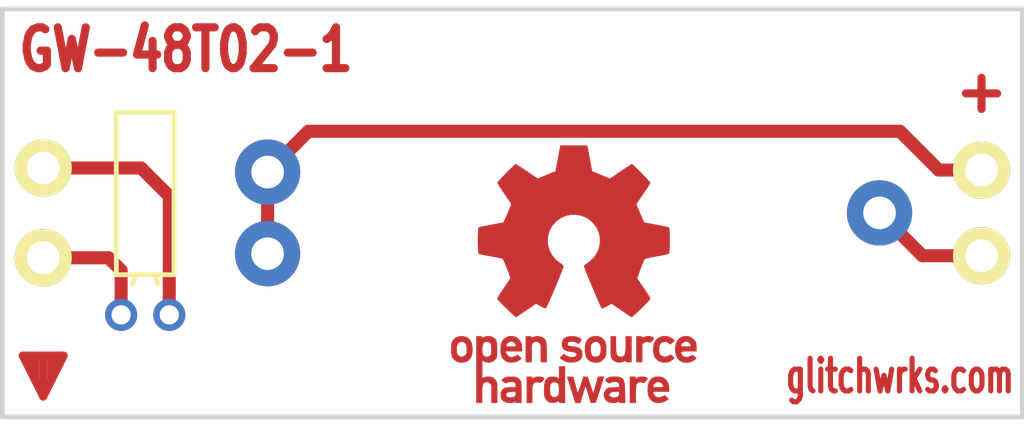
<source format=kicad_pcb>

(kicad_pcb
  (version 4)
  (host pcbnew 4.0.4-stable)
  (general
    (links 0)
    (no_connects 0)
    (area 119.554522 31.804 164.211429 57.007381)
    (thickness 1.6)
    (drawings 10)
    (tracks 13)
    (zones 0)
    (modules 8)
    (nets 1))
  (page USLetter)
  (layers
    (0 F.Cu signal)
    (31 B.Cu signal)
    (32 B.Adhes user)
    (33 F.Adhes user)
    (34 B.Paste user)
    (35 F.Paste user)
    (36 B.SilkS user)
    (37 F.SilkS user)
    (38 B.Mask user)
    (39 F.Mask user)
    (40 Dwgs.User user)
    (41 Cmts.User user)
    (42 Eco1.User user)
    (43 Eco2.User user)
    (44 Edge.Cuts user)
    (45 Margin user)
    (46 B.CrtYd user)
    (47 F.CrtYd user)
    (48 B.Fab user)
    (49 F.Fab user))
  (setup
    (last_trace_width 0.4064)
    (user_trace_width 0.3048)
    (user_trace_width 0.4064)
    (trace_clearance 0.2)
    (zone_clearance 0.508)
    (zone_45_only no)
    (trace_min 0.2)
    (segment_width 0.2)
    (edge_width 0.15)
    (via_size 0.6)
    (via_drill 0.4)
    (via_min_size 0.4)
    (via_min_drill 0.3)
    (uvia_size 0.3)
    (uvia_drill 0.1)
    (uvias_allowed no)
    (uvia_min_size 0)
    (uvia_min_drill 0)
    (pcb_text_width 0.3)
    (pcb_text_size 1.5 1.5)
    (mod_edge_width 0.15)
    (mod_text_size 1 1)
    (mod_text_width 0.15)
    (pad_size 1.524 1.524)
    (pad_drill 0.762)
    (pad_to_mask_clearance 0.2)
    (aux_axis_origin 0 0)
    (visible_elements FFFFFF7F)
    (pcbplotparams
      (layerselection 0x010c0_80000001)
      (usegerberextensions false)
      (excludeedgelayer true)
      (linewidth 0.1)
      (plotframeref false)
      (viasonmask false)
      (mode 1)
      (useauxorigin false)
      (hpglpennumber 1)
      (hpglpenspeed 20)
      (hpglpendiameter 15)
      (hpglpenoverlay 2)
      (psnegative false)
      (psa4output false)
      (plotreference true)
      (plotvalue true)
      (plotinvisibletext false)
      (padsonsilk false)
      (subtractmaskfromsilk false)
      (outputformat 1)
      (mirror false)
      (drillshape 0)
      (scaleselection 1)
      (outputdirectory gerbers/)))
  (net 0 "")
  (net_class Default "This is the default net class."
    (clearance 0.2)
    (trace_width 0.25)
    (via_dia 0.6)
    (via_drill 0.4)
    (uvia_dia 0.3)
    (uvia_drill 0.1))
  (module gw_battery_holders:HU1225-LF
    (layer F.Cu)
    (tedit 59724603)
    (tstamp 5.9723e+68)
    (at 144.78 40.64)
    (fp_text reference REF**_7
      (at 0 5.08)
      (layer F.SilkS) hide
      (effects
        (font
          (size 1.27 1.27)
          (thickness 0.254))))
    (fp_text value HU1225-LF
      (at 0 -7.62)
      (layer F.Fab) hide
      (effects
        (font
          (size 1.27 1.27)
          (thickness 0.254))))
    (fp_line
      (start -10.5 3.5)
      (end -7.5 3.5)
      (layer F.CrtYd)
      (width 0.254))
    (fp_line
      (start -7.5 3.5)
      (end -4 6.5)
      (layer F.CrtYd)
      (width 0.254))
    (fp_line
      (start -10.5 -3.5)
      (end -7.5 -3.5)
      (layer F.CrtYd)
      (width 0.254))
    (fp_line
      (start -7.5 -3.5)
      (end -4 -6.5)
      (layer F.CrtYd)
      (width 0.254))
    (fp_line
      (start 0 -6.5)
      (end -4 -6.5)
      (layer F.CrtYd)
      (width 0.254))
    (fp_line
      (start 0 6.5)
      (end -4 6.5)
      (layer F.CrtYd)
      (width 0.254))
    (fp_line
      (start 0 6.5)
      (end 4 6.5)
      (layer F.CrtYd)
      (width 0.254))
    (fp_line
      (start 4 6.5)
      (end 7.5 3.5)
      (layer F.CrtYd)
      (width 0.254))
    (fp_line
      (start 10.5 3.5)
      (end 7.5 3.5)
      (layer F.CrtYd)
      (width 0.254))
    (fp_line
      (start 0 -6.5)
      (end 4 -6.5)
      (layer F.CrtYd)
      (width 0.254))
    (fp_line
      (start 4 -6.5)
      (end 7.5 -3.5)
      (layer F.CrtYd)
      (width 0.254))
    (fp_line
      (start 7.5 -3.5)
      (end 10.5 -3.5)
      (layer F.CrtYd)
      (width 0.254))
    (fp_line
      (start 10.5 0)
      (end 10.5 3.5)
      (layer F.CrtYd)
      (width 0.254))
    (fp_line
      (start 10.5 0)
      (end 10.5 -3.5)
      (layer F.CrtYd)
      (width 0.254))
    (fp_line
      (start -10.5 -3.5)
      (end -10.5 3.5)
      (layer F.CrtYd)
      (width 0.254))
    (pad 1 thru_hole circle
      (at -9.525 -1.27)
      (size 2.032 2.032)
      (drill 1.016)
      (layers *.Cu *.Mask))
    (pad 2 thru_hole circle
      (at -9.525 1.27)
      (size 2.032 2.032)
      (drill 1.016)
      (layers *.Cu *.Mask))
    (pad 3 thru_hole circle
      (at 9.525 0)
      (size 2.032 2.032)
      (drill 1.016)
      (layers *.Cu *.Mask)))
  (module gw_symbols:OSHW_7.5x8mm_FCu_FMask
    (layer F.Cu)
    (tedit 5940474B)
    (tstamp 59724D55)
    (at 144.78 42.545)
    (descr "Open Source Hardware Logo")
    (tags "Logo OSHW")
    (attr virtual)
    (fp_text reference REF***
      (at 0 5.715)
      (layer F.SilkS) hide
      (effects
        (font
          (size 1.27 1.27)
          (thickness 0.254))))
    (fp_text value OSHW_7.5x8mm_FCu_FMask
      (at 0.635 -5.08)
      (layer F.Fab) hide
      (effects
        (font
          (size 1.27 1.27)
          (thickness 0.254))))
    (fp_poly
      (pts
        (xy -2.53664 1.952468)
        (xy -2.501408 1.969874)
        (xy -2.45796 2.000206)
        (xy -2.426294 2.033283)
        (xy -2.404606 2.074817)
        (xy -2.391097 2.130522)
        (xy -2.383962 2.206111)
        (xy -2.3814 2.307296)
        (xy -2.38125 2.350797)
        (xy -2.381688 2.446135)
        (xy -2.383504 2.514271)
        (xy -2.387455 2.561418)
        (xy -2.394298 2.59379)
        (xy -2.404789 2.6176)
        (xy -2.415704 2.633843)
        (xy -2.485381 2.702952)
        (xy -2.567434 2.744521)
        (xy -2.65595 2.757023)
        (xy -2.745019 2.738934)
        (xy -2.773237 2.726142)
        (xy -2.84079 2.690931)
        (xy -2.84079 3.2427)
        (xy -2.791488 3.217205)
        (xy -2.726527 3.19748)
        (xy -2.64668 3.192427)
        (xy -2.566948 3.201756)
        (xy -2.506735 3.222714)
        (xy -2.456792 3.262627)
        (xy -2.414119 3.319741)
        (xy -2.41091 3.325605)
        (xy -2.397378 3.353227)
        (xy -2.387495 3.381068)
        (xy -2.380691 3.414794)
        (xy -2.376399 3.460071)
        (xy -2.374049 3.522562)
        (xy -2.373072 3.607935)
        (xy -2.372895 3.70401)
        (xy -2.372895 4.010526)
        (xy -2.556711 4.010526)
        (xy -2.556711 3.445339)
        (xy -2.608125 3.402077)
        (xy -2.661534 3.367472)
        (xy -2.712112 3.36118)
        (xy -2.76297 3.377372)
        (xy -2.790075 3.393227)
        (xy -2.810249 3.41581)
        (xy -2.824597 3.44994)
        (xy -2.834224 3.500434)
        (xy -2.840237 3.572111)
        (xy -2.84374 3.669788)
        (xy -2.844974 3.734802)
        (xy -2.849145 4.002171)
        (xy -2.936875 4.007222)
        (xy -3.024606 4.012273)
        (xy -3.024606 2.353101)
        (xy -2.84079 2.353101)
        (xy -2.836104 2.4456)
        (xy -2.820312 2.509809)
        (xy -2.790817 2.549759)
        (xy -2.74502 2.56948)
        (xy -2.69875 2.573421)
        (xy -2.646372 2.568892)
        (xy -2.61161 2.551069)
        (xy -2.589872 2.527519)
        (xy -2.57276 2.502189)
        (xy -2.562573 2.473969)
        (xy -2.55804 2.434431)
        (xy -2.557891 2.375142)
        (xy -2.559416 2.325498)
        (xy -2.562919 2.25071)
        (xy -2.568133 2.201611)
        (xy -2.576913 2.170467)
        (xy -2.591114 2.149545)
        (xy -2.604516 2.137452)
        (xy -2.660513 2.111081)
        (xy -2.726789 2.106822)
        (xy -2.764844 2.115906)
        (xy -2.802523 2.148196)
        (xy -2.827481 2.211006)
        (xy -2.839578 2.303894)
        (xy -2.84079 2.353101)
        (xy -3.024606 2.353101)
        (xy -3.024606 1.938421)
        (xy -2.932698 1.938421)
        (xy -2.877517 1.940603)
        (xy -2.849048 1.948351)
        (xy -2.840794 1.963468)
        (xy -2.84079 1.963916)
        (xy -2.83696 1.97872)
        (xy -2.820067 1.977039)
        (xy -2.786481 1.960772)
        (xy -2.708222 1.935887)
        (xy -2.620173 1.933271)
        (xy -2.53664 1.952468))
      (layer F.Cu)
      (width 0.01))
    (fp_poly
      (pts
        (xy -1.839543 3.198184)
        (xy -1.76093 3.21916)
        (xy -1.701084 3.25718)
        (xy -1.658853 3.306978)
        (xy -1.645725 3.32823)
        (xy -1.636032 3.350492)
        (xy -1.629256 3.37897)
        (xy -1.624877 3.418871)
        (xy -1.622376 3.475401)
        (xy -1.621232 3.553767)
        (xy -1.620928 3.659176)
        (xy -1.620922 3.687142)
        (xy -1.620922 4.010526)
        (xy -1.701132 4.010526)
        (xy -1.752294 4.006943)
        (xy -1.790123 3.997866)
        (xy -1.799601 3.992268)
        (xy -1.825512 3.982606)
        (xy -1.851976 3.992268)
        (xy -1.895548 4.00433)
        (xy -1.95884 4.009185)
        (xy -2.02899 4.007078)
        (xy -2.09314 3.998256)
        (xy -2.130593 3.986937)
        (xy -2.203067 3.940412)
        (xy -2.24836 3.875846)
        (xy -2.268722 3.79)
        (xy -2.268912 3.787796)
        (xy -2.267125 3.749713)
        (xy -2.105527 3.749713)
        (xy -2.091399 3.79303)
        (xy -2.068388 3.817408)
        (xy -2.022196 3.835845)
        (xy -1.961225 3.843205)
        (xy -1.899051 3.839583)
        (xy -1.849249 3.825074)
        (xy -1.835297 3.815765)
        (xy -1.810915 3.772753)
        (xy -1.804737 3.723857)
        (xy -1.804737 3.659605)
        (xy -1.897182 3.659605)
        (xy -1.985005 3.666366)
        (xy -2.051582 3.68552)
        (xy -2.092998 3.715376)
        (xy -2.105527 3.749713)
        (xy -2.267125 3.749713)
        (xy -2.26451 3.694004)
        (xy -2.233576 3.619847)
        (xy -2.175419 3.563767)
        (xy -2.16738 3.558665)
        (xy -2.132837 3.542055)
        (xy -2.090082 3.531996)
        (xy -2.030314 3.527107)
        (xy -1.95931 3.525983)
        (xy -1.804737 3.525921)
        (xy -1.804737 3.461125)
        (xy -1.811294 3.41085)
        (xy -1.828025 3.377169)
        (xy -1.829984 3.375376)
        (xy -1.867217 3.360642)
        (xy -1.92342 3.354931)
        (xy -1.985533 3.357737)
        (xy -2.04049 3.368556)
        (xy -2.073101 3.384782)
        (xy -2.090772 3.39778)
        (xy -2.109431 3.400262)
        (xy -2.135181 3.389613)
        (xy -2.174127 3.363218)
        (xy -2.23237 3.318465)
        (xy -2.237716 3.314273)
        (xy -2.234977 3.29876)
        (xy -2.212124 3.27296)
        (xy -2.177391 3.244289)
        (xy -2.13901 3.220166)
        (xy -2.126952 3.21447)
        (xy -2.082966 3.203103)
        (xy -2.018513 3.194995)
        (xy -1.946503 3.191743)
        (xy -1.943136 3.191736)
        (xy -1.839543 3.198184))
      (layer F.Cu)
      (width 0.01))
    (fp_poly
      (pts
        (xy -1.320119 3.193486)
        (xy -1.295112 3.200982)
        (xy -1.28705 3.217451)
        (xy -1.286711 3.224886)
        (xy -1.285264 3.245594)
        (xy -1.275302 3.248845)
        (xy -1.248388 3.234648)
        (xy -1.232402 3.224948)
        (xy -1.181967 3.204175)
        (xy -1.121728 3.193904)
        (xy -1.058566 3.193114)
        (xy -0.999363 3.200786)
        (xy -0.950998 3.215898)
        (xy -0.920354 3.237432)
        (xy -0.914311 3.264366)
        (xy -0.917361 3.27166)
        (xy -0.939594 3.301937)
        (xy -0.97407 3.339175)
        (xy -0.980306 3.345195)
        (xy -1.013167 3.372875)
        (xy -1.04152 3.381818)
        (xy -1.081173 3.375576)
        (xy -1.097058 3.371429)
        (xy -1.146491 3.361467)
        (xy -1.181248 3.365947)
        (xy -1.2106 3.381746)
        (xy -1.237487 3.402949)
        (xy -1.25729 3.429614)
        (xy -1.271052 3.466827)
        (xy -1.279816 3.519673)
        (xy -1.284626 3.593237)
        (xy -1.286526 3.692605)
        (xy -1.286711 3.752601)
        (xy -1.286711 4.010526)
        (xy -1.453816 4.010526)
        (xy -1.453816 3.19171)
        (xy -1.370264 3.19171)
        (xy -1.320119 3.193486))
      (layer F.Cu)
      (width 0.01))
    (fp_poly
      (pts
        (xy -0.267369 4.010526)
        (xy -0.359277 4.010526)
        (xy -0.412623 4.008962)
        (xy -0.440407 4.002485)
        (xy -0.45041 3.988418)
        (xy -0.451185 3.978906)
        (xy -0.452872 3.959832)
        (xy -0.46351 3.956174)
        (xy -0.491465 3.967932)
        (xy -0.513205 3.978906)
        (xy -0.596668 4.004911)
        (xy -0.687396 4.006416)
        (xy -0.761158 3.987021)
        (xy -0.829846 3.940165)
        (xy -0.882206 3.871004)
        (xy -0.910878 3.789427)
        (xy -0.911608 3.784866)
        (xy -0.915868 3.735101)
        (xy -0.917986 3.663659)
        (xy -0.917816 3.609626)
        (xy -0.73528 3.609626)
        (xy -0.731051 3.681441)
        (xy -0.721432 3.740634)
        (xy -0.70841 3.77406)
        (xy -0.659144 3.81974)
        (xy -0.60065 3.836115)
        (xy -0.540329 3.822873)
        (xy -0.488783 3.783373)
        (xy -0.469262 3.756807)
        (xy -0.457848 3.725106)
        (xy -0.452502 3.678832)
        (xy -0.451185 3.609328)
        (xy -0.453542 3.540499)
        (xy -0.459767 3.480026)
        (xy -0.468592 3.439556)
        (xy -0.470063 3.435929)
        (xy -0.505653 3.392802)
        (xy -0.5576 3.369124)
        (xy -0.615722 3.365301)
        (xy -0.66984 3.381738)
        (xy -0.709774 3.41884)
        (xy -0.713917 3.426222)
        (xy -0.726884 3.471239)
        (xy -0.733948 3.535967)
        (xy -0.73528 3.609626)
        (xy -0.917816 3.609626)
        (xy -0.917729 3.58223)
        (xy -0.916528 3.538405)
        (xy -0.908355 3.429988)
        (xy -0.89137 3.348588)
        (xy -0.863113 3.288412)
        (xy -0.821128 3.243666)
        (xy -0.780368 3.2174)
        (xy -0.723419 3.198935)
        (xy -0.652589 3.192602)
        (xy -0.580059 3.19776)
        (xy -0.518014 3.213769)
        (xy -0.485232 3.23292)
        (xy -0.451185 3.263732)
        (xy -0.451185 2.87421)
        (xy -0.267369 2.87421)
        (xy -0.267369 4.010526))
      (layer F.Cu)
      (width 0.01))
    (fp_poly
      (pts
        (xy 0.37413 3.195104)
        (xy 0.44022 3.200066)
        (xy 0.526626 3.459079)
        (xy 0.613031 3.718092)
        (xy 0.640124 3.626184)
        (xy 0.656428 3.569384)
        (xy 0.677875 3.492625)
        (xy 0.701035 3.408251)
        (xy 0.71328 3.362993)
        (xy 0.759344 3.19171)
        (xy 0.949387 3.19171)
        (xy 0.892582 3.371349)
        (xy 0.864607 3.459704)
        (xy 0.830813 3.566281)
        (xy 0.79552 3.677454)
        (xy 0.764013 3.776579)
        (xy 0.69225 4.002171)
        (xy 0.537286 4.012253)
        (xy 0.49527 3.873528)
        (xy 0.469359 3.787351)
        (xy 0.441083 3.692347)
        (xy 0.416369 3.608441)
        (xy 0.415394 3.605102)
        (xy 0.396935 3.548248)
        (xy 0.380649 3.509456)
        (xy 0.369242 3.494787)
        (xy 0.366898 3.496483)
        (xy 0.358671 3.519225)
        (xy 0.343038 3.56794)
        (xy 0.321904 3.636502)
        (xy 0.29717 3.718785)
        (xy 0.283787 3.764046)
        (xy 0.211311 4.010526)
        (xy 0.057495 4.010526)
        (xy -0.065469 3.622006)
        (xy -0.100012 3.513022)
        (xy -0.131479 3.414048)
        (xy -0.158384 3.329736)
        (xy -0.179241 3.264734)
        (xy -0.192562 3.223692)
        (xy -0.196612 3.211701)
        (xy -0.193406 3.199423)
        (xy -0.168235 3.194046)
        (xy -0.115854 3.194584)
        (xy -0.107655 3.19499)
        (xy -0.010518 3.200066)
        (xy 0.0531 3.434013)
        (xy 0.076484 3.519333)
        (xy 0.097381 3.594335)
        (xy 0.113951 3.652507)
        (xy 0.124354 3.687337)
        (xy 0.126276 3.693016)
        (xy 0.134241 3.686486)
        (xy 0.150304 3.652654)
        (xy 0.172621 3.596127)
        (xy 0.199345 3.52151)
        (xy 0.221937 3.454107)
        (xy 0.308041 3.190143)
        (xy 0.37413 3.195104))
      (layer F.Cu)
      (width 0.01))
    (fp_poly
      (pts
        (xy 1.379992 3.196673)
        (xy 1.450427 3.21378)
        (xy 1.470787 3.222844)
        (xy 1.510253 3.246583)
        (xy 1.540541 3.273321)
        (xy 1.562952 3.307699)
        (xy 1.578786 3.35436)
        (xy 1.589343 3.417946)
        (xy 1.595924 3.503099)
        (xy 1.599828 3.614462)
        (xy 1.60131 3.688849)
        (xy 1.606765 4.010526)
        (xy 1.51358 4.010526)
        (xy 1.457047 4.008156)
        (xy 1.427922 4.000055)
        (xy 1.420394 3.986451)
        (xy 1.41642 3.971741)
        (xy 1.398652 3.974554)
        (xy 1.37444 3.986348)
        (xy 1.313828 4.004427)
        (xy 1.235929 4.009299)
        (xy 1.153995 4.00133)
        (xy 1.081281 3.980889)
        (xy 1.074759 3.978051)
        (xy 1.008302 3.931365)
        (xy 0.964491 3.866464)
        (xy 0.944332 3.7906)
        (xy 0.945872 3.763344)
        (xy 1.110345 3.763344)
        (xy 1.124837 3.800024)
        (xy 1.167805 3.826309)
        (xy 1.237129 3.840417)
        (xy 1.274177 3.84229)
        (xy 1.335919 3.837494)
        (xy 1.37696 3.818858)
        (xy 1.386973 3.81)
        (xy 1.4141 3.761806)
        (xy 1.420394 3.718092)
        (xy 1.420394 3.659605)
        (xy 1.33893 3.659605)
        (xy 1.244234 3.664432)
        (xy 1.177813 3.679613)
        (xy 1.135846 3.7062)
        (xy 1.126449 3.718052)
        (xy 1.110345 3.763344)
        (xy 0.945872 3.763344)
        (xy 0.948829 3.711026)
        (xy 0.978985 3.634995)
        (xy 1.020131 3.583612)
        (xy 1.045052 3.561397)
        (xy 1.069448 3.546798)
        (xy 1.101191 3.537897)
        (xy 1.148152 3.532775)
        (xy 1.218204 3.529515)
        (xy 1.24599 3.528577)
        (xy 1.420394 3.522879)
        (xy 1.420138 3.470091)
        (xy 1.413384 3.414603)
        (xy 1.388964 3.381052)
        (xy 1.33963 3.359618)
        (xy 1.338306 3.359236)
        (xy 1.26836 3.350808)
        (xy 1.199914 3.361816)
        (xy 1.149047 3.388585)
        (xy 1.128637 3.401803)
        (xy 1.106654 3.399974)
        (xy 1.072826 3.380824)
        (xy 1.052961 3.367308)
        (xy 1.014106 3.338432)
        (xy 0.990038 3.316786)
        (xy 0.986176 3.310589)
        (xy 1.002079 3.278519)
        (xy 1.049065 3.240219)
        (xy 1.069473 3.227297)
        (xy 1.128143 3.205041)
        (xy 1.207212 3.192432)
        (xy 1.295041 3.1896)
        (xy 1.379992 3.196673))
      (layer F.Cu)
      (width 0.01))
    (fp_poly
      (pts
        (xy 2.173167 3.191447)
        (xy 2.237408 3.204112)
        (xy 2.27398 3.222864)
        (xy 2.312453 3.254017)
        (xy 2.257717 3.323127)
        (xy 2.223969 3.364979)
        (xy 2.201053 3.385398)
        (xy 2.178279 3.388517)
        (xy 2.144956 3.378472)
        (xy 2.129314 3.372789)
        (xy 2.065542 3.364404)
        (xy 2.00714 3.382378)
        (xy 1.964264 3.422982)
        (xy 1.957299 3.435929)
        (xy 1.949713 3.470224)
        (xy 1.943859 3.533427)
        (xy 1.940011 3.62106)
        (xy 1.938443 3.72864)
        (xy 1.938421 3.743944)
        (xy 1.938421 4.010526)
        (xy 1.754605 4.010526)
        (xy 1.754605 3.19171)
        (xy 1.846513 3.19171)
        (xy 1.899507 3.193094)
        (xy 1.927115 3.199252)
        (xy 1.937324 3.213194)
        (xy 1.938421 3.226344)
        (xy 1.938421 3.260978)
        (xy 1.98245 3.226344)
        (xy 2.032937 3.202716)
        (xy 2.10076 3.191033)
        (xy 2.173167 3.191447))
      (layer F.Cu)
      (width 0.01))
    (fp_poly
      (pts
        (xy 2.701193 3.196078)
        (xy 2.781068 3.216845)
        (xy 2.847962 3.259705)
        (xy 2.880351 3.291723)
        (xy 2.933445 3.367413)
        (xy 2.963873 3.455216)
        (xy 2.974327 3.56315)
        (xy 2.97438 3.571875)
        (xy 2.974473 3.659605)
        (xy 2.469534 3.659605)
        (xy 2.480298 3.705559)
        (xy 2.499732 3.747178)
        (xy 2.533745 3.790544)
        (xy 2.54086 3.797467)
        (xy 2.602003 3.834935)
        (xy 2.671729 3.841289)
        (xy 2.751987 3.816638)
        (xy 2.765592 3.81)
        (xy 2.807319 3.789819)
        (xy 2.835268 3.778321)
        (xy 2.840145 3.777258)
        (xy 2.857168 3.787583)
        (xy 2.889633 3.812845)
        (xy 2.906114 3.82665)
        (xy 2.940264 3.858361)
        (xy 2.951478 3.879299)
        (xy 2.943695 3.89856)
        (xy 2.939535 3.903827)
        (xy 2.911357 3.926878)
        (xy 2.864862 3.954892)
        (xy 2.832434 3.971246)
        (xy 2.740385 4.000059)
        (xy 2.638476 4.009395)
        (xy 2.541963 3.998332)
        (xy 2.514934 3.990412)
        (xy 2.431276 3.945581)
        (xy 2.369266 3.876598)
        (xy 2.328545 3.782794)
        (xy 2.308755 3.663498)
        (xy 2.306582 3.601118)
        (xy 2.312926 3.510298)
        (xy 2.473157 3.510298)
        (xy 2.488655 3.517012)
        (xy 2.530312 3.52228)
        (xy 2.590876 3.525389)
        (xy 2.631907 3.525921)
        (xy 2.705711 3.525408)
        (xy 2.752293 3.523006)
        (xy 2.777848 3.517422)
        (xy 2.788569 3.507361)
        (xy 2.790657 3.492763)
        (xy 2.776331 3.447796)
        (xy 2.740262 3.403353)
        (xy 2.692815 3.369242)
        (xy 2.645349 3.355288)
        (xy 2.580879 3.367666)
        (xy 2.52507 3.403452)
        (xy 2.486374 3.455033)
        (xy 2.473157 3.510298)
        (xy 2.312926 3.510298)
        (xy 2.315821 3.468866)
        (xy 2.344336 3.363498)
        (xy 2.392729 3.284178)
        (xy 2.461604 3.230071)
        (xy 2.551565 3.200343)
        (xy 2.6003 3.194618)
        (xy 2.701193 3.196078))
      (layer F.Cu)
      (width 0.01))
    (fp_poly
      (pts
        (xy -3.373216 1.947104)
        (xy -3.285795 1.985754)
        (xy -3.21943 2.05029)
        (xy -3.174024 2.140812)
        (xy -3.149482 2.257418)
        (xy -3.147723 2.275624)
        (xy -3.146344 2.403984)
        (xy -3.164216 2.516496)
        (xy -3.20025 2.607688)
        (xy -3.219545 2.637022)
        (xy -3.286755 2.699106)
        (xy -3.37235 2.739316)
        (xy -3.46811 2.756003)
        (xy -3.565813 2.747517)
        (xy -3.640083 2.72138)
        (xy -3.703953 2.677335)
        (xy -3.756154 2.619587)
        (xy -3.757057 2.618236)
        (xy -3.778256 2.582593)
        (xy -3.792033 2.546752)
        (xy -3.800376 2.501519)
        (xy -3.805273 2.437701)
        (xy -3.807431 2.385368)
        (xy -3.808329 2.33791)
        (xy -3.641257 2.33791)
        (xy -3.639624 2.385154)
        (xy -3.633696 2.448046)
        (xy -3.623239 2.488407)
        (xy -3.604381 2.517122)
        (xy -3.586719 2.533896)
        (xy -3.524106 2.569016)
        (xy -3.458592 2.57371)
        (xy -3.397579 2.54844)
        (xy -3.367072 2.520124)
        (xy -3.345089 2.491589)
        (xy -3.332231 2.464284)
        (xy -3.326588 2.42875)
        (xy -3.326249 2.375524)
        (xy -3.327988 2.326506)
        (xy -3.331729 2.256482)
        (xy -3.337659 2.211064)
        (xy -3.348347 2.18144)
        (xy -3.366361 2.158797)
        (xy -3.380637 2.145855)
        (xy -3.440349 2.11186)
        (xy -3.504766 2.110165)
        (xy -3.558781 2.130301)
        (xy -3.60486 2.172352)
        (xy -3.632311 2.241428)
        (xy -3.641257 2.33791)
        (xy -3.808329 2.33791)
        (xy -3.809401 2.281299)
        (xy -3.806036 2.203468)
        (xy -3.795955 2.14493)
        (xy -3.777774 2.098737)
        (xy -3.75011 2.057942)
        (xy -3.739854 2.045828)
        (xy -3.675722 1.985474)
        (xy -3.606934 1.95022)
        (xy -3.522811 1.93545)
        (xy -3.481791 1.934243)
        (xy -3.373216 1.947104))
      (layer F.Cu)
      (width 0.01))
    (fp_poly
      (pts
        (xy -1.802982 1.957027)
        (xy -1.78633 1.964866)
        (xy -1.728695 2.007086)
        (xy -1.674195 2.0687)
        (xy -1.633501 2.136543)
        (xy -1.621926 2.167734)
        (xy -1.611366 2.223449)
        (xy -1.605069 2.290781)
        (xy -1.604304 2.318585)
        (xy -1.604211 2.406316)
        (xy -2.10915 2.406316)
        (xy -2.098387 2.45227)
        (xy -2.071967 2.50662)
        (xy -2.025778 2.553591)
        (xy -1.970828 2.583848)
        (xy -1.935811 2.590131)
        (xy -1.888323 2.582506)
        (xy -1.831665 2.563383)
        (xy -1.812418 2.554584)
        (xy -1.741241 2.519036)
        (xy -1.680498 2.565367)
        (xy -1.645448 2.596703)
        (xy -1.626798 2.622567)
        (xy -1.625853 2.630158)
        (xy -1.642515 2.648556)
        (xy -1.67903 2.676515)
        (xy -1.712172 2.698327)
        (xy -1.801607 2.737537)
        (xy -1.901871 2.755285)
        (xy -2.001246 2.75067)
        (xy -2.080461 2.726551)
        (xy -2.16212 2.674884)
        (xy -2.220151 2.606856)
        (xy -2.256454 2.518843)
        (xy -2.272928 2.407216)
        (xy -2.274389 2.356138)
        (xy -2.268543 2.239091)
        (xy -2.267825 2.235686)
        (xy -2.100511 2.235686)
        (xy -2.095903 2.246662)
        (xy -2.076964 2.252715)
        (xy -2.037902 2.25531)
        (xy -1.972923 2.25591)
        (xy -1.947903 2.255921)
        (xy -1.871779 2.255014)
        (xy -1.823504 2.25172)
        (xy -1.79754 2.245181)
        (xy -1.788352 2.234537)
        (xy -1.788027 2.231119)
        (xy -1.798513 2.203956)
        (xy -1.824758 2.165903)
        (xy -1.836041 2.152579)
        (xy -1.877928 2.114896)
        (xy -1.921591 2.10008)
        (xy -1.945115 2.098842)
        (xy -2.008757 2.114329)
        (xy -2.062127 2.15593)
        (xy -2.095981 2.216353)
        (xy -2.096581 2.218322)
        (xy -2.100511 2.235686)
        (xy -2.267825 2.235686)
        (xy -2.249101 2.146928)
        (xy -2.214078 2.07319)
        (xy -2.171244 2.020848)
        (xy -2.092052 1.964092)
        (xy -1.99896 1.933762)
        (xy -1.899945 1.931021)
        (xy -1.802982 1.957027))
      (layer F.Cu)
      (width 0.01))
    (fp_poly
      (pts
        (xy 0.018628 1.935547)
        (xy 0.081908 1.947548)
        (xy 0.147557 1.972648)
        (xy 0.154572 1.975848)
        (xy 0.204356 2.002026)
        (xy 0.238834 2.026353)
        (xy 0.249978 2.041937)
        (xy 0.239366 2.067353)
        (xy 0.213588 2.104853)
        (xy 0.202146 2.118852)
        (xy 0.154992 2.173954)
        (xy 0.094201 2.138086)
        (xy 0.036347 2.114192)
        (xy -0.0305 2.10142)
        (xy -0.094606 2.100613)
        (xy -0.144236 2.112615)
        (xy -0.156146 2.120105)
        (xy -0.178828 2.15445)
        (xy -0.181584 2.194013)
        (xy -0.164612 2.22492)
        (xy -0.154573 2.230913)
        (xy -0.12449 2.238357)
        (xy -0.071611 2.247106)
        (xy -0.006425 2.255467)
        (xy 0.0056 2.256778)
        (xy 0.110297 2.274888)
        (xy 0.186232 2.305651)
        (xy 0.236592 2.351907)
        (xy 0.264564 2.416497)
        (xy 0.273278 2.495387)
        (xy 0.26124 2.585065)
        (xy 0.222151 2.655486)
        (xy 0.155855 2.706777)
        (xy 0.062194 2.739067)
        (xy -0.041777 2.751807)
        (xy -0.126562 2.751654)
        (xy -0.195335 2.740083)
        (xy -0.242303 2.724109)
        (xy -0.30165 2.696275)
        (xy -0.356494 2.663973)
        (xy -0.375987 2.649755)
        (xy -0.426119 2.608835)
        (xy -0.305197 2.486477)
        (xy -0.236457 2.531967)
        (xy -0.167512 2.566133)
        (xy -0.093889 2.584004)
        (xy -0.023117 2.585889)
        (xy 0.037274 2.572101)
        (xy 0.079757 2.542949)
        (xy 0.093474 2.518352)
        (xy 0.091417 2.478904)
        (xy 0.05733 2.448737)
        (xy -0.008692 2.427906)
        (xy -0.081026 2.418279)
        (xy -0.192348 2.39991)
        (xy -0.275048 2.365254)
        (xy -0.330235 2.313297)
        (xy -0.359012 2.243023)
        (xy -0.362999 2.159707)
        (xy -0.343307 2.072681)
        (xy -0.298411 2.006902)
        (xy -0.227909 1.962068)
        (xy -0.131399 1.937879)
        (xy -0.0599 1.933137)
        (xy 0.018628 1.935547))
      (layer F.Cu)
      (width 0.01))
    (fp_poly
      (pts
        (xy 0.811669 1.94831)
        (xy 0.896192 1.99434)
        (xy 0.962321 2.067006)
        (xy 0.993478 2.126106)
        (xy 1.006855 2.178305)
        (xy 1.015522 2.252719)
        (xy 1.019237 2.338442)
        (xy 1.017754 2.424569)
        (xy 1.010831 2.500193)
        (xy 1.002745 2.540584)
        (xy 0.975465 2.59584)
        (xy 0.92822 2.65453)
        (xy 0.871282 2.705852)
        (xy 0.814924 2.739005)
        (xy 0.81355 2.739531)
        (xy 0.743616 2.754018)
        (xy 0.660737 2.754377)
        (xy 0.581977 2.741188)
        (xy 0.551566 2.730617)
        (xy 0.473239 2.686201)
        (xy 0.417143 2.628007)
        (xy 0.380286 2.550965)
        (xy 0.35968 2.450001)
        (xy 0.355018 2.397116)
        (xy 0.355613 2.330663)
        (xy 0.534736 2.330663)
        (xy 0.54077 2.42763)
        (xy 0.558138 2.501523)
        (xy 0.58574 2.548736)
        (xy 0.605404 2.562237)
        (xy 0.655787 2.571651)
        (xy 0.715673 2.568864)
        (xy 0.767449 2.555316)
        (xy 0.781027 2.547862)
        (xy 0.816849 2.504451)
        (xy 0.840493 2.438014)
        (xy 0.850558 2.357161)
        (xy 0.845642 2.270502)
        (xy 0.834655 2.218349)
        (xy 0.803109 2.157951)
        (xy 0.753311 2.120197)
        (xy 0.693337 2.107143)
        (xy 0.631264 2.120849)
        (xy 0.583582 2.154372)
        (xy 0.558525 2.182031)
        (xy 0.5439 2.209294)
        (xy 0.536929 2.24619)
        (xy 0.534833 2.30275)
        (xy 0.534736 2.330663)
        (xy 0.355613 2.330663)
        (xy 0.356282 2.255994)
        (xy 0.379265 2.140271)
        (xy 0.423972 2.049941)
        (xy 0.490405 1.985)
        (xy 0.578565 1.945445)
        (xy 0.597495 1.940858)
        (xy 0.711266 1.93009)
        (xy 0.811669 1.94831))
      (layer F.Cu)
      (width 0.01))
    (fp_poly
      (pts
        (xy 1.320131 2.198533)
        (xy 1.32171 2.321089)
        (xy 1.327481 2.414179)
        (xy 1.338991 2.481651)
        (xy 1.35779 2.527355)
        (xy 1.385426 2.555139)
        (xy 1.423448 2.568854)
        (xy 1.470526 2.572358)
        (xy 1.519832 2.568432)
        (xy 1.557283 2.554089)
        (xy 1.584428 2.525478)
        (xy 1.602815 2.478751)
        (xy 1.613993 2.410058)
        (xy 1.619511 2.31555)
        (xy 1.620921 2.198533)
        (xy 1.620921 1.938421)
        (xy 1.804736 1.938421)
        (xy 1.804736 2.740526)
        (xy 1.712828 2.740526)
        (xy 1.657422 2.738281)
        (xy 1.628891 2.730396)
        (xy 1.620921 2.715428)
        (xy 1.61612 2.702097)
        (xy 1.597014 2.704917)
        (xy 1.558504 2.723783)
        (xy 1.470239 2.752887)
        (xy 1.376623 2.750825)
        (xy 1.286921 2.719221)
        (xy 1.244204 2.694257)
        (xy 1.211621 2.667226)
        (xy 1.187817 2.633405)
        (xy 1.171439 2.588068)
        (xy 1.161131 2.526489)
        (xy 1.155541 2.443943)
        (xy 1.153312 2.335705)
        (xy 1.153026 2.252004)
        (xy 1.153026 1.938421)
        (xy 1.320131 1.938421)
        (xy 1.320131 2.198533))
      (layer F.Cu)
      (width 0.01))
    (fp_poly
      (pts
        (xy 2.946576 1.945419)
        (xy 3.043395 1.986549)
        (xy 3.07389 2.006571)
        (xy 3.112865 2.03734)
        (xy 3.137331 2.061533)
        (xy 3.141578 2.069413)
        (xy 3.129584 2.086899)
        (xy 3.098887 2.11657)
        (xy 3.074312 2.137279)
        (xy 3.007046 2.191336)
        (xy 2.95393 2.146642)
        (xy 2.912884 2.117789)
        (xy 2.872863 2.107829)
        (xy 2.827059 2.110261)
        (xy 2.754324 2.128345)
        (xy 2.704256 2.165881)
        (xy 2.673829 2.226562)
        (xy 2.660017 2.314081)
        (xy 2.660013 2.314136)
        (xy 2.661208 2.411958)
        (xy 2.679772 2.48373)
        (xy 2.716804 2.532595)
        (xy 2.74205 2.549143)
        (xy 2.809097 2.569749)
        (xy 2.880709 2.569762)
        (xy 2.943015 2.549768)
        (xy 2.957763 2.54)
        (xy 2.99475 2.515047)
        (xy 3.023668 2.510958)
        (xy 3.054856 2.52953)
        (xy 3.089336 2.562887)
        (xy 3.143912 2.619196)
        (xy 3.083318 2.669142)
        (xy 2.989698 2.725513)
        (xy 2.884125 2.753293)
        (xy 2.773798 2.751282)
        (xy 2.701343 2.732862)
        (xy 2.616656 2.68731)
        (xy 2.548927 2.61565)
        (xy 2.518157 2.565066)
        (xy 2.493236 2.492488)
        (xy 2.480766 2.400569)
        (xy 2.48067 2.300948)
        (xy 2.49287 2.205267)
        (xy 2.51729 2.125169)
        (xy 2.521136 2.116956)
        (xy 2.578093 2.036413)
        (xy 2.655209 1.977771)
        (xy 2.74639 1.942247)
        (xy 2.845543 1.931057)
        (xy 2.946576 1.945419))
      (layer F.Cu)
      (width 0.01))
    (fp_poly
      (pts
        (xy 3.558784 1.935554)
        (xy 3.601574 1.945949)
        (xy 3.683609 1.984013)
        (xy 3.753757 2.042149)
        (xy 3.802305 2.111852)
        (xy 3.808975 2.127502)
        (xy 3.818124 2.168496)
        (xy 3.824529 2.229138)
        (xy 3.82671 2.29043)
        (xy 3.82671 2.406316)
        (xy 3.584407 2.406316)
        (xy 3.484471 2.406693)
        (xy 3.414069 2.408987)
        (xy 3.369313 2.414938)
        (xy 3.346315 2.426285)
        (xy 3.341189 2.444771)
        (xy 3.350048 2.472136)
        (xy 3.365917 2.504155)
        (xy 3.410184 2.557592)
        (xy 3.471699 2.584215)
        (xy 3.546885 2.583347)
        (xy 3.632053 2.554371)
        (xy 3.705659 2.518611)
        (xy 3.766734 2.566904)
        (xy 3.82781 2.615197)
        (xy 3.770351 2.668285)
        (xy 3.693641 2.718445)
        (xy 3.599302 2.748688)
        (xy 3.497827 2.757151)
        (xy 3.399711 2.741974)
        (xy 3.383881 2.736824)
        (xy 3.297647 2.691791)
        (xy 3.233501 2.624652)
        (xy 3.190091 2.533405)
        (xy 3.166064 2.416044)
        (xy 3.165784 2.413529)
        (xy 3.163633 2.285627)
        (xy 3.172329 2.239997)
        (xy 3.342105 2.239997)
        (xy 3.357697 2.247013)
        (xy 3.400029 2.252388)
        (xy 3.462434 2.255457)
        (xy 3.501981 2.255921)
        (xy 3.575728 2.25563)
        (xy 3.62184 2.253783)
        (xy 3.6461 2.248912)
        (xy 3.654294 2.239555)
        (xy 3.652206 2.224245)
        (xy 3.650455 2.218322)
        (xy 3.62056 2.162668)
        (xy 3.573542 2.117815)
        (xy 3.532049 2.098105)
        (xy 3.476926 2.099295)
        (xy 3.421068 2.123875)
        (xy 3.374212 2.16457)
        (xy 3.346094 2.214108)
        (xy 3.342105 2.239997)
        (xy 3.172329 2.239997)
        (xy 3.185074 2.173133)
        (xy 3.227611 2.078727)
        (xy 3.288747 2.005088)
        (xy 3.365985 1.954893)
        (xy 3.45683 1.930822)
        (xy 3.558784 1.935554))
      (layer F.Cu)
      (width 0.01))
    (fp_poly
      (pts
        (xy -1.002043 1.952226)
        (xy -0.960454 1.97209)
        (xy -0.920175 2.000784)
        (xy -0.88949 2.033809)
        (xy -0.867139 2.075931)
        (xy -0.851864 2.131915)
        (xy -0.842408 2.206528)
        (xy -0.837513 2.304535)
        (xy -0.835919 2.430702)
        (xy -0.835894 2.443914)
        (xy -0.835527 2.740526)
        (xy -1.019343 2.740526)
        (xy -1.019343 2.467081)
        (xy -1.019473 2.365777)
        (xy -1.020379 2.292353)
        (xy -1.022827 2.241271)
        (xy -1.027586 2.20699)
        (xy -1.035426 2.183971)
        (xy -1.047115 2.166673)
        (xy -1.063398 2.149581)
        (xy -1.120366 2.112857)
        (xy -1.182555 2.106042)
        (xy -1.241801 2.129261)
        (xy -1.262405 2.146543)
        (xy -1.27753 2.162791)
        (xy -1.28839 2.180191)
        (xy -1.29569 2.204212)
        (xy -1.300137 2.240322)
        (xy -1.302436 2.293988)
        (xy -1.303296 2.37068)
        (xy -1.303422 2.464043)
        (xy -1.303422 2.740526)
        (xy -1.487237 2.740526)
        (xy -1.487237 1.938421)
        (xy -1.395329 1.938421)
        (xy -1.340149 1.940603)
        (xy -1.31168 1.948351)
        (xy -1.303425 1.963468)
        (xy -1.303422 1.963916)
        (xy -1.299592 1.97872)
        (xy -1.282699 1.97704)
        (xy -1.249112 1.960773)
        (xy -1.172937 1.93684)
        (xy -1.0858 1.934178)
        (xy -1.002043 1.952226))
      (layer F.Cu)
      (width 0.01))
    (fp_poly
      (pts
        (xy 2.391388 1.937645)
        (xy 2.448865 1.955206)
        (xy 2.485872 1.977395)
        (xy 2.497927 1.994942)
        (xy 2.494609 2.015742)
        (xy 2.473079 2.048419)
        (xy 2.454874 2.071562)
        (xy 2.417344 2.113402)
        (xy 2.389148 2.131005)
        (xy 2.365111 2.129856)
        (xy 2.293808 2.11171)
        (xy 2.241442 2.112534)
        (xy 2.198918 2.133098)
        (xy 2.184642 2.145134)
        (xy 2.138947 2.187483)
        (xy 2.138947 2.740526)
        (xy 1.955131 2.740526)
        (xy 1.955131 1.938421)
        (xy 2.047039 1.938421)
        (xy 2.102219 1.940603)
        (xy 2.130688 1.948351)
        (xy 2.138943 1.963468)
        (xy 2.138947 1.963916)
        (xy 2.142845 1.979749)
        (xy 2.160474 1.977684)
        (xy 2.184901 1.966261)
        (xy 2.23535 1.945005)
        (xy 2.276316 1.932216)
        (xy 2.329028 1.928938)
        (xy 2.391388 1.937645))
      (layer F.Cu)
      (width 0.01))
    (fp_poly
      (pts
        (xy 0.500964 -3.601424)
        (xy 0.576513 -3.200678)
        (xy 1.134041 -2.970846)
        (xy 1.468465 -3.198252)
        (xy 1.562122 -3.261569)
        (xy 1.646782 -3.318104)
        (xy 1.718495 -3.365273)
        (xy 1.773311 -3.400498)
        (xy 1.80728 -3.421195)
        (xy 1.81653 -3.425658)
        (xy 1.833195 -3.41418)
        (xy 1.868806 -3.382449)
        (xy 1.919371 -3.334517)
        (xy 1.9809 -3.274438)
        (xy 2.049399 -3.206267)
        (xy 2.120879 -3.134055)
        (xy 2.191347 -3.061858)
        (xy 2.256811 -2.993727)
        (xy 2.31328 -2.933717)
        (xy 2.356763 -2.885881)
        (xy 2.383268 -2.854273)
        (xy 2.389605 -2.843695)
        (xy 2.380486 -2.824194)
        (xy 2.35492 -2.781469)
        (xy 2.315597 -2.719702)
        (xy 2.265203 -2.643069)
        (xy 2.206427 -2.555752)
        (xy 2.172368 -2.505948)
        (xy 2.110289 -2.415007)
        (xy 2.055126 -2.332941)
        (xy 2.009554 -2.263837)
        (xy 1.97625 -2.211778)
        (xy 1.95789 -2.18085)
        (xy 1.955131 -2.17435)
        (xy 1.961385 -2.155879)
        (xy 1.978434 -2.112828)
        (xy 2.003703 -2.051251)
        (xy 2.034622 -1.977201)
        (xy 2.068618 -1.89673)
        (xy 2.103118 -1.815893)
        (xy 2.135551 -1.740742)
        (xy 2.163343 -1.677329)
        (xy 2.183923 -1.631707)
        (xy 2.194719 -1.609931)
        (xy 2.195356 -1.609074)
        (xy 2.212307 -1.604916)
        (xy 2.257451 -1.595639)
        (xy 2.32611 -1.582156)
        (xy 2.413602 -1.565379)
        (xy 2.51525 -1.546219)
        (xy 2.574556 -1.53517)
        (xy 2.683172 -1.51449)
        (xy 2.781277 -1.494811)
        (xy 2.863909 -1.477211)
        (xy 2.926104 -1.462767)
        (xy 2.962899 -1.452554)
        (xy 2.970296 -1.449314)
        (xy 2.97754 -1.427383)
        (xy 2.983385 -1.377853)
        (xy 2.987835 -1.306515)
        (xy 2.990893 -1.219161)
        (xy 2.992565 -1.121583)
        (xy 2.992853 -1.019574)
        (xy 2.991761 -0.918925)
        (xy 2.989294 -0.825428)
        (xy 2.985456 -0.744875)
        (xy 2.98025 -0.683058)
        (xy 2.973681 -0.64577)
        (xy 2.969741 -0.638007)
        (xy 2.946188 -0.628702)
        (xy 2.896282 -0.6154)
        (xy 2.826623 -0.599663)
        (xy 2.743813 -0.583054)
        (xy 2.714905 -0.577681)
        (xy 2.575531 -0.552152)
        (xy 2.465436 -0.531592)
        (xy 2.380982 -0.515185)
        (xy 2.31853 -0.502113)
        (xy 2.274444 -0.491559)
        (xy 2.245085 -0.482706)
        (xy 2.226815 -0.474737)
        (xy 2.215998 -0.466835)
        (xy 2.214485 -0.465273)
        (xy 2.199377 -0.440114)
        (xy 2.176329 -0.39115)
        (xy 2.147644 -0.324379)
        (xy 2.115622 -0.245795)
        (xy 2.082565 -0.161393)
        (xy 2.050773 -0.07717)
        (xy 2.022549 0.000879)
        (xy 2.000193 0.066759)
        (xy 1.986007 0.114473)
        (xy 1.982293 0.138027)
        (xy 1.982602 0.138852)
        (xy 1.995189 0.158104)
        (xy 2.023744 0.200463)
        (xy 2.065267 0.261521)
        (xy 2.116756 0.336868)
        (xy 2.175211 0.422096)
        (xy 2.191858 0.446315)
        (xy 2.251215 0.534123)
        (xy 2.303447 0.614238)
        (xy 2.345708 0.682062)
        (xy 2.375153 0.732993)
        (xy 2.388937 0.762431)
        (xy 2.389605 0.766048)
        (xy 2.378024 0.785057)
        (xy 2.346024 0.822714)
        (xy 2.297718 0.874973)
        (xy 2.23722 0.937786)
        (xy 2.168644 1.007106)
        (xy 2.096104 1.078885)
        (xy 2.023712 1.149077)
        (xy 1.955584 1.213635)
        (xy 1.895832 1.26851)
        (xy 1.848571 1.309656)
        (xy 1.817913 1.333026)
        (xy 1.809432 1.336842)
        (xy 1.789691 1.327855)
        (xy 1.749274 1.303616)
        (xy 1.694763 1.268209)
        (xy 1.652823 1.239711)
        (xy 1.576829 1.187418)
        (xy 1.486834 1.125845)
        (xy 1.396564 1.06437)
        (xy 1.348032 1.031469)
        (xy 1.183762 0.920359)
        (xy 1.045869 0.994916)
        (xy 0.983049 1.027578)
        (xy 0.929629 1.052966)
        (xy 0.893484 1.067446)
        (xy 0.884284 1.06946)
        (xy 0.873221 1.054584)
        (xy 0.851394 1.012547)
        (xy 0.820434 0.947227)
        (xy 0.78197 0.8625)
        (xy 0.737632 0.762245)
        (xy 0.689047 0.650339)
        (xy 0.637846 0.530659)
        (xy 0.585659 0.407084)
        (xy 0.534113 0.283491)
        (xy 0.48484 0.163757)
        (xy 0.439467 0.051759)
        (xy 0.399625 -0.048623)
        (xy 0.366942 -0.133514)
        (xy 0.343049 -0.199035)
        (xy 0.329574 -0.24131)
        (xy 0.327406 -0.255828)
        (xy 0.344583 -0.274347)
        (xy 0.38219 -0.30441)
        (xy 0.432366 -0.339768)
        (xy 0.436578 -0.342566)
        (xy 0.566264 -0.446375)
        (xy 0.670834 -0.567485)
        (xy 0.749381 -0.702024)
        (xy 0.800999 -0.846118)
        (xy 0.824782 -0.995895)
        (xy 0.819823 -1.147483)
        (xy 0.785217 -1.297008)
        (xy 0.720057 -1.4406)
        (xy 0.700886 -1.472016)
        (xy 0.601174 -1.598875)
        (xy 0.483377 -1.700745)
        (xy 0.351571 -1.777096)
        (xy 0.209833 -1.827398)
        (xy 0.062242 -1.851121)
        (xy -0.087127 -1.847735)
        (xy -0.234197 -1.816712)
        (xy -0.374889 -1.75752)
        (xy -0.505127 -1.669631)
        (xy -0.545414 -1.633958)
        (xy -0.647945 -1.522294)
        (xy -0.722659 -1.404743)
        (xy -0.77391 -1.27298)
        (xy -0.802454 -1.142493)
        (xy -0.8095 -0.995784)
        (xy -0.786004 -0.848347)
        (xy -0.734351 -0.705166)
        (xy -0.656929 -0.571223)
        (xy -0.556125 -0.451502)
        (xy -0.434324 -0.350986)
        (xy -0.418316 -0.340391)
        (xy -0.367602 -0.305694)
        (xy -0.32905 -0.27563)
        (xy -0.310619 -0.256435)
        (xy -0.310351 -0.255828)
        (xy -0.314308 -0.235064)
        (xy -0.329993 -0.187938)
        (xy -0.355778 -0.118327)
        (xy -0.390031 -0.030107)
        (xy -0.431123 0.072844)
        (xy -0.477424 0.18665)
        (xy -0.527304 0.307435)
        (xy -0.579133 0.431321)
        (xy -0.631281 0.554432)
        (xy -0.682118 0.672891)
        (xy -0.730013 0.782823)
        (xy -0.773338 0.880349)
        (xy -0.810462 0.961593)
        (xy -0.839756 1.022679)
        (xy -0.859588 1.05973)
        (xy -0.867574 1.06946)
        (xy -0.891979 1.061883)
        (xy -0.937642 1.04156)
        (xy -0.99669 1.012125)
        (xy -1.02916 0.994916)
        (xy -1.167053 0.920359)
        (xy -1.331323 1.031469)
        (xy -1.415179 1.08839)
        (xy -1.506987 1.15103)
        (xy -1.59302 1.210011)
        (xy -1.636113 1.239711)
        (xy -1.696723 1.28041)
        (xy -1.748045 1.312663)
        (xy -1.783385 1.332384)
        (xy -1.794863 1.336554)
        (xy -1.81157 1.325307)
        (xy -1.848546 1.293911)
        (xy -1.902205 1.245624)
        (xy -1.968962 1.183708)
        (xy -2.045234 1.111421)
        (xy -2.093473 1.065008)
        (xy -2.177867 0.982087)
        (xy -2.250803 0.90792)
        (xy -2.309331 0.84568)
        (xy -2.350503 0.798541)
        (xy -2.371372 0.769673)
        (xy -2.373374 0.763815)
        (xy -2.364083 0.741532)
        (xy -2.338409 0.696477)
        (xy -2.2992 0.633211)
        (xy -2.249303 0.556295)
        (xy -2.191567 0.470292)
        (xy -2.175149 0.446315)
        (xy -2.115323 0.35917)
        (xy -2.06165 0.28071)
        (xy -2.01713 0.215345)
        (xy -1.984765 0.167484)
        (xy -1.967555 0.141535)
        (xy -1.965893 0.138852)
        (xy -1.968379 0.118172)
        (xy -1.981577 0.072704)
        (xy -2.003186 0.008444)
        (xy -2.030904 -0.068613)
        (xy -2.06243 -0.152471)
        (xy -2.095463 -0.237134)
        (xy -2.127701 -0.316608)
        (xy -2.156843 -0.384896)
        (xy -2.180588 -0.436003)
        (xy -2.196635 -0.463933)
        (xy -2.197775 -0.465273)
        (xy -2.207588 -0.473255)
        (xy -2.224161 -0.481149)
        (xy -2.251132 -0.489771)
        (xy -2.292139 -0.499938)
        (xy -2.35082 -0.512469)
        (xy -2.430813 -0.528179)
        (xy -2.535755 -0.547887)
        (xy -2.669285 -0.572408)
        (xy -2.698196 -0.577681)
        (xy -2.783882 -0.594236)
        (xy -2.858582 -0.610431)
        (xy -2.915694 -0.624704)
        (xy -2.948617 -0.635492)
        (xy -2.953031 -0.638007)
        (xy -2.960306 -0.660304)
        (xy -2.966219 -0.710131)
        (xy -2.970766 -0.781696)
        (xy -2.973945 -0.869207)
        (xy -2.975749 -0.966872)
        (xy -2.976177 -1.068899)
        (xy -2.975223 -1.169497)
        (xy -2.972884 -1.262873)
        (xy -2.969156 -1.343235)
        (xy -2.964034 -1.404791)
        (xy -2.957516 -1.44175)
        (xy -2.953586 -1.449314)
        (xy -2.931708 -1.456944)
        (xy -2.881891 -1.469358)
        (xy -2.809097 -1.485478)
        (xy -2.718289 -1.504227)
        (xy -2.614431 -1.524529)
        (xy -2.557846 -1.53517)
        (xy -2.450486 -1.55524)
        (xy -2.354746 -1.57342)
        (xy -2.275306 -1.588801)
        (xy -2.216846 -1.600469)
        (xy -2.184045 -1.607512)
        (xy -2.178646 -1.609074)
        (xy -2.169522 -1.626678)
        (xy -2.150235 -1.669082)
        (xy -2.123355 -1.730228)
        (xy -2.091454 -1.804057)
        (xy -2.057102 -1.884511)
        (xy -2.022871 -1.965532)
        (xy -1.991331 -2.041063)
        (xy -1.965054 -2.105045)
        (xy -1.946611 -2.15142)
        (xy -1.938571 -2.174131)
        (xy -1.938422 -2.175124)
        (xy -1.947535 -2.193039)
        (xy -1.973086 -2.234267)
        (xy -2.012388 -2.294709)
        (xy -2.062757 -2.370269)
        (xy -2.121506 -2.456848)
        (xy -2.155658 -2.506579)
        (xy -2.21789 -2.597764)
        (xy -2.273164 -2.680551)
        (xy -2.318782 -2.750751)
        (xy -2.352048 -2.804176)
        (xy -2.370264 -2.836639)
        (xy -2.372895 -2.843917)
        (xy -2.361586 -2.860855)
        (xy -2.330319 -2.897022)
        (xy -2.28309 -2.948365)
        (xy -2.223892 -3.010833)
        (xy -2.156719 -3.080374)
        (xy -2.085566 -3.152935)
        (xy -2.014426 -3.224465)
        (xy -1.947293 -3.290913)
        (xy -1.888161 -3.348226)
        (xy -1.841025 -3.392353)
        (xy -1.809877 -3.419241)
        (xy -1.799457 -3.425658)
        (xy -1.782491 -3.416635)
        (xy -1.741911 -3.391285)
        (xy -1.681663 -3.35219)
        (xy -1.605693 -3.301929)
        (xy -1.517946 -3.243083)
        (xy -1.451756 -3.198252)
        (xy -1.117332 -2.970846)
        (xy -0.838567 -3.085762)
        (xy -0.559803 -3.200678)
        (xy -0.484254 -3.601424)
        (xy -0.408706 -4.002171)
        (xy 0.425415 -4.002171)
        (xy 0.500964 -3.601424))
      (layer F.Cu)
      (width 0.01))
    (fp_poly
      (pts
        (xy -2.53664 1.952468)
        (xy -2.501408 1.969874)
        (xy -2.45796 2.000206)
        (xy -2.426294 2.033283)
        (xy -2.404606 2.074817)
        (xy -2.391097 2.130522)
        (xy -2.383962 2.206111)
        (xy -2.3814 2.307296)
        (xy -2.38125 2.350797)
        (xy -2.381688 2.446135)
        (xy -2.383504 2.514271)
        (xy -2.387455 2.561418)
        (xy -2.394298 2.59379)
        (xy -2.404789 2.6176)
        (xy -2.415704 2.633843)
        (xy -2.485381 2.702952)
        (xy -2.567434 2.744521)
        (xy -2.65595 2.757023)
        (xy -2.745019 2.738934)
        (xy -2.773237 2.726142)
        (xy -2.84079 2.690931)
        (xy -2.84079 3.2427)
        (xy -2.791488 3.217205)
        (xy -2.726527 3.19748)
        (xy -2.64668 3.192427)
        (xy -2.566948 3.201756)
        (xy -2.506735 3.222714)
        (xy -2.456792 3.262627)
        (xy -2.414119 3.319741)
        (xy -2.41091 3.325605)
        (xy -2.397378 3.353227)
        (xy -2.387495 3.381068)
        (xy -2.380691 3.414794)
        (xy -2.376399 3.460071)
        (xy -2.374049 3.522562)
        (xy -2.373072 3.607935)
        (xy -2.372895 3.70401)
        (xy -2.372895 4.010526)
        (xy -2.556711 4.010526)
        (xy -2.556711 3.445339)
        (xy -2.608125 3.402077)
        (xy -2.661534 3.367472)
        (xy -2.712112 3.36118)
        (xy -2.76297 3.377372)
        (xy -2.790075 3.393227)
        (xy -2.810249 3.41581)
        (xy -2.824597 3.44994)
        (xy -2.834224 3.500434)
        (xy -2.840237 3.572111)
        (xy -2.84374 3.669788)
        (xy -2.844974 3.734802)
        (xy -2.849145 4.002171)
        (xy -2.936875 4.007222)
        (xy -3.024606 4.012273)
        (xy -3.024606 2.353101)
        (xy -2.84079 2.353101)
        (xy -2.836104 2.4456)
        (xy -2.820312 2.509809)
        (xy -2.790817 2.549759)
        (xy -2.74502 2.56948)
        (xy -2.69875 2.573421)
        (xy -2.646372 2.568892)
        (xy -2.61161 2.551069)
        (xy -2.589872 2.527519)
        (xy -2.57276 2.502189)
        (xy -2.562573 2.473969)
        (xy -2.55804 2.434431)
        (xy -2.557891 2.375142)
        (xy -2.559416 2.325498)
        (xy -2.562919 2.25071)
        (xy -2.568133 2.201611)
        (xy -2.576913 2.170467)
        (xy -2.591114 2.149545)
        (xy -2.604516 2.137452)
        (xy -2.660513 2.111081)
        (xy -2.726789 2.106822)
        (xy -2.764844 2.115906)
        (xy -2.802523 2.148196)
        (xy -2.827481 2.211006)
        (xy -2.839578 2.303894)
        (xy -2.84079 2.353101)
        (xy -3.024606 2.353101)
        (xy -3.024606 1.938421)
        (xy -2.932698 1.938421)
        (xy -2.877517 1.940603)
        (xy -2.849048 1.948351)
        (xy -2.840794 1.963468)
        (xy -2.84079 1.963916)
        (xy -2.83696 1.97872)
        (xy -2.820067 1.977039)
        (xy -2.786481 1.960772)
        (xy -2.708222 1.935887)
        (xy -2.620173 1.933271)
        (xy -2.53664 1.952468))
      (layer F.Mask)
      (width 0.01))
    (fp_poly
      (pts
        (xy -1.839543 3.198184)
        (xy -1.76093 3.21916)
        (xy -1.701084 3.25718)
        (xy -1.658853 3.306978)
        (xy -1.645725 3.32823)
        (xy -1.636032 3.350492)
        (xy -1.629256 3.37897)
        (xy -1.624877 3.418871)
        (xy -1.622376 3.475401)
        (xy -1.621232 3.553767)
        (xy -1.620928 3.659176)
        (xy -1.620922 3.687142)
        (xy -1.620922 4.010526)
        (xy -1.701132 4.010526)
        (xy -1.752294 4.006943)
        (xy -1.790123 3.997866)
        (xy -1.799601 3.992268)
        (xy -1.825512 3.982606)
        (xy -1.851976 3.992268)
        (xy -1.895548 4.00433)
        (xy -1.95884 4.009185)
        (xy -2.02899 4.007078)
        (xy -2.09314 3.998256)
        (xy -2.130593 3.986937)
        (xy -2.203067 3.940412)
        (xy -2.24836 3.875846)
        (xy -2.268722 3.79)
        (xy -2.268912 3.787796)
        (xy -2.267125 3.749713)
        (xy -2.105527 3.749713)
        (xy -2.091399 3.79303)
        (xy -2.068388 3.817408)
        (xy -2.022196 3.835845)
        (xy -1.961225 3.843205)
        (xy -1.899051 3.839583)
        (xy -1.849249 3.825074)
        (xy -1.835297 3.815765)
        (xy -1.810915 3.772753)
        (xy -1.804737 3.723857)
        (xy -1.804737 3.659605)
        (xy -1.897182 3.659605)
        (xy -1.985005 3.666366)
        (xy -2.051582 3.68552)
        (xy -2.092998 3.715376)
        (xy -2.105527 3.749713)
        (xy -2.267125 3.749713)
        (xy -2.26451 3.694004)
        (xy -2.233576 3.619847)
        (xy -2.175419 3.563767)
        (xy -2.16738 3.558665)
        (xy -2.132837 3.542055)
        (xy -2.090082 3.531996)
        (xy -2.030314 3.527107)
        (xy -1.95931 3.525983)
        (xy -1.804737 3.525921)
        (xy -1.804737 3.461125)
        (xy -1.811294 3.41085)
        (xy -1.828025 3.377169)
        (xy -1.829984 3.375376)
        (xy -1.867217 3.360642)
        (xy -1.92342 3.354931)
        (xy -1.985533 3.357737)
        (xy -2.04049 3.368556)
        (xy -2.073101 3.384782)
        (xy -2.090772 3.39778)
        (xy -2.109431 3.400262)
        (xy -2.135181 3.389613)
        (xy -2.174127 3.363218)
        (xy -2.23237 3.318465)
        (xy -2.237716 3.314273)
        (xy -2.234977 3.29876)
        (xy -2.212124 3.27296)
        (xy -2.177391 3.244289)
        (xy -2.13901 3.220166)
        (xy -2.126952 3.21447)
        (xy -2.082966 3.203103)
        (xy -2.018513 3.194995)
        (xy -1.946503 3.191743)
        (xy -1.943136 3.191736)
        (xy -1.839543 3.198184))
      (layer F.Mask)
      (width 0.01))
    (fp_poly
      (pts
        (xy -1.320119 3.193486)
        (xy -1.295112 3.200982)
        (xy -1.28705 3.217451)
        (xy -1.286711 3.224886)
        (xy -1.285264 3.245594)
        (xy -1.275302 3.248845)
        (xy -1.248388 3.234648)
        (xy -1.232402 3.224948)
        (xy -1.181967 3.204175)
        (xy -1.121728 3.193904)
        (xy -1.058566 3.193114)
        (xy -0.999363 3.200786)
        (xy -0.950998 3.215898)
        (xy -0.920354 3.237432)
        (xy -0.914311 3.264366)
        (xy -0.917361 3.27166)
        (xy -0.939594 3.301937)
        (xy -0.97407 3.339175)
        (xy -0.980306 3.345195)
        (xy -1.013167 3.372875)
        (xy -1.04152 3.381818)
        (xy -1.081173 3.375576)
        (xy -1.097058 3.371429)
        (xy -1.146491 3.361467)
        (xy -1.181248 3.365947)
        (xy -1.2106 3.381746)
        (xy -1.237487 3.402949)
        (xy -1.25729 3.429614)
        (xy -1.271052 3.466827)
        (xy -1.279816 3.519673)
        (xy -1.284626 3.593237)
        (xy -1.286526 3.692605)
        (xy -1.286711 3.752601)
        (xy -1.286711 4.010526)
        (xy -1.453816 4.010526)
        (xy -1.453816 3.19171)
        (xy -1.370264 3.19171)
        (xy -1.320119 3.193486))
      (layer F.Mask)
      (width 0.01))
    (fp_poly
      (pts
        (xy -0.267369 4.010526)
        (xy -0.359277 4.010526)
        (xy -0.412623 4.008962)
        (xy -0.440407 4.002485)
        (xy -0.45041 3.988418)
        (xy -0.451185 3.978906)
        (xy -0.452872 3.959832)
        (xy -0.46351 3.956174)
        (xy -0.491465 3.967932)
        (xy -0.513205 3.978906)
        (xy -0.596668 4.004911)
        (xy -0.687396 4.006416)
        (xy -0.761158 3.987021)
        (xy -0.829846 3.940165)
        (xy -0.882206 3.871004)
        (xy -0.910878 3.789427)
        (xy -0.911608 3.784866)
        (xy -0.915868 3.735101)
        (xy -0.917986 3.663659)
        (xy -0.917816 3.609626)
        (xy -0.73528 3.609626)
        (xy -0.731051 3.681441)
        (xy -0.721432 3.740634)
        (xy -0.70841 3.77406)
        (xy -0.659144 3.81974)
        (xy -0.60065 3.836115)
        (xy -0.540329 3.822873)
        (xy -0.488783 3.783373)
        (xy -0.469262 3.756807)
        (xy -0.457848 3.725106)
        (xy -0.452502 3.678832)
        (xy -0.451185 3.609328)
        (xy -0.453542 3.540499)
        (xy -0.459767 3.480026)
        (xy -0.468592 3.439556)
        (xy -0.470063 3.435929)
        (xy -0.505653 3.392802)
        (xy -0.5576 3.369124)
        (xy -0.615722 3.365301)
        (xy -0.66984 3.381738)
        (xy -0.709774 3.41884)
        (xy -0.713917 3.426222)
        (xy -0.726884 3.471239)
        (xy -0.733948 3.535967)
        (xy -0.73528 3.609626)
        (xy -0.917816 3.609626)
        (xy -0.917729 3.58223)
        (xy -0.916528 3.538405)
        (xy -0.908355 3.429988)
        (xy -0.89137 3.348588)
        (xy -0.863113 3.288412)
        (xy -0.821128 3.243666)
        (xy -0.780368 3.2174)
        (xy -0.723419 3.198935)
        (xy -0.652589 3.192602)
        (xy -0.580059 3.19776)
        (xy -0.518014 3.213769)
        (xy -0.485232 3.23292)
        (xy -0.451185 3.263732)
        (xy -0.451185 2.87421)
        (xy -0.267369 2.87421)
        (xy -0.267369 4.010526))
      (layer F.Mask)
      (width 0.01))
    (fp_poly
      (pts
        (xy 0.37413 3.195104)
        (xy 0.44022 3.200066)
        (xy 0.526626 3.459079)
        (xy 0.613031 3.718092)
        (xy 0.640124 3.626184)
        (xy 0.656428 3.569384)
        (xy 0.677875 3.492625)
        (xy 0.701035 3.408251)
        (xy 0.71328 3.362993)
        (xy 0.759344 3.19171)
        (xy 0.949387 3.19171)
        (xy 0.892582 3.371349)
        (xy 0.864607 3.459704)
        (xy 0.830813 3.566281)
        (xy 0.79552 3.677454)
        (xy 0.764013 3.776579)
        (xy 0.69225 4.002171)
        (xy 0.537286 4.012253)
        (xy 0.49527 3.873528)
        (xy 0.469359 3.787351)
        (xy 0.441083 3.692347)
        (xy 0.416369 3.608441)
        (xy 0.415394 3.605102)
        (xy 0.396935 3.548248)
        (xy 0.380649 3.509456)
        (xy 0.369242 3.494787)
        (xy 0.366898 3.496483)
        (xy 0.358671 3.519225)
        (xy 0.343038 3.56794)
        (xy 0.321904 3.636502)
        (xy 0.29717 3.718785)
        (xy 0.283787 3.764046)
        (xy 0.211311 4.010526)
        (xy 0.057495 4.010526)
        (xy -0.065469 3.622006)
        (xy -0.100012 3.513022)
        (xy -0.131479 3.414048)
        (xy -0.158384 3.329736)
        (xy -0.179241 3.264734)
        (xy -0.192562 3.223692)
        (xy -0.196612 3.211701)
        (xy -0.193406 3.199423)
        (xy -0.168235 3.194046)
        (xy -0.115854 3.194584)
        (xy -0.107655 3.19499)
        (xy -0.010518 3.200066)
        (xy 0.0531 3.434013)
        (xy 0.076484 3.519333)
        (xy 0.097381 3.594335)
        (xy 0.113951 3.652507)
        (xy 0.124354 3.687337)
        (xy 0.126276 3.693016)
        (xy 0.134241 3.686486)
        (xy 0.150304 3.652654)
        (xy 0.172621 3.596127)
        (xy 0.199345 3.52151)
        (xy 0.221937 3.454107)
        (xy 0.308041 3.190143)
        (xy 0.37413 3.195104))
      (layer F.Mask)
      (width 0.01))
    (fp_poly
      (pts
        (xy 1.379992 3.196673)
        (xy 1.450427 3.21378)
        (xy 1.470787 3.222844)
        (xy 1.510253 3.246583)
        (xy 1.540541 3.273321)
        (xy 1.562952 3.307699)
        (xy 1.578786 3.35436)
        (xy 1.589343 3.417946)
        (xy 1.595924 3.503099)
        (xy 1.599828 3.614462)
        (xy 1.60131 3.688849)
        (xy 1.606765 4.010526)
        (xy 1.51358 4.010526)
        (xy 1.457047 4.008156)
        (xy 1.427922 4.000055)
        (xy 1.420394 3.986451)
        (xy 1.41642 3.971741)
        (xy 1.398652 3.974554)
        (xy 1.37444 3.986348)
        (xy 1.313828 4.004427)
        (xy 1.235929 4.009299)
        (xy 1.153995 4.00133)
        (xy 1.081281 3.980889)
        (xy 1.074759 3.978051)
        (xy 1.008302 3.931365)
        (xy 0.964491 3.866464)
        (xy 0.944332 3.7906)
        (xy 0.945872 3.763344)
        (xy 1.110345 3.763344)
        (xy 1.124837 3.800024)
        (xy 1.167805 3.826309)
        (xy 1.237129 3.840417)
        (xy 1.274177 3.84229)
        (xy 1.335919 3.837494)
        (xy 1.37696 3.818858)
        (xy 1.386973 3.81)
        (xy 1.4141 3.761806)
        (xy 1.420394 3.718092)
        (xy 1.420394 3.659605)
        (xy 1.33893 3.659605)
        (xy 1.244234 3.664432)
        (xy 1.177813 3.679613)
        (xy 1.135846 3.7062)
        (xy 1.126449 3.718052)
        (xy 1.110345 3.763344)
        (xy 0.945872 3.763344)
        (xy 0.948829 3.711026)
        (xy 0.978985 3.634995)
        (xy 1.020131 3.583612)
        (xy 1.045052 3.561397)
        (xy 1.069448 3.546798)
        (xy 1.101191 3.537897)
        (xy 1.148152 3.532775)
        (xy 1.218204 3.529515)
        (xy 1.24599 3.528577)
        (xy 1.420394 3.522879)
        (xy 1.420138 3.470091)
        (xy 1.413384 3.414603)
        (xy 1.388964 3.381052)
        (xy 1.33963 3.359618)
        (xy 1.338306 3.359236)
        (xy 1.26836 3.350808)
        (xy 1.199914 3.361816)
        (xy 1.149047 3.388585)
        (xy 1.128637 3.401803)
        (xy 1.106654 3.399974)
        (xy 1.072826 3.380824)
        (xy 1.052961 3.367308)
        (xy 1.014106 3.338432)
        (xy 0.990038 3.316786)
        (xy 0.986176 3.310589)
        (xy 1.002079 3.278519)
        (xy 1.049065 3.240219)
        (xy 1.069473 3.227297)
        (xy 1.128143 3.205041)
        (xy 1.207212 3.192432)
        (xy 1.295041 3.1896)
        (xy 1.379992 3.196673))
      (layer F.Mask)
      (width 0.01))
    (fp_poly
      (pts
        (xy 2.173167 3.191447)
        (xy 2.237408 3.204112)
        (xy 2.27398 3.222864)
        (xy 2.312453 3.254017)
        (xy 2.257717 3.323127)
        (xy 2.223969 3.364979)
        (xy 2.201053 3.385398)
        (xy 2.178279 3.388517)
        (xy 2.144956 3.378472)
        (xy 2.129314 3.372789)
        (xy 2.065542 3.364404)
        (xy 2.00714 3.382378)
        (xy 1.964264 3.422982)
        (xy 1.957299 3.435929)
        (xy 1.949713 3.470224)
        (xy 1.943859 3.533427)
        (xy 1.940011 3.62106)
        (xy 1.938443 3.72864)
        (xy 1.938421 3.743944)
        (xy 1.938421 4.010526)
        (xy 1.754605 4.010526)
        (xy 1.754605 3.19171)
        (xy 1.846513 3.19171)
        (xy 1.899507 3.193094)
        (xy 1.927115 3.199252)
        (xy 1.937324 3.213194)
        (xy 1.938421 3.226344)
        (xy 1.938421 3.260978)
        (xy 1.98245 3.226344)
        (xy 2.032937 3.202716)
        (xy 2.10076 3.191033)
        (xy 2.173167 3.191447))
      (layer F.Mask)
      (width 0.01))
    (fp_poly
      (pts
        (xy 2.701193 3.196078)
        (xy 2.781068 3.216845)
        (xy 2.847962 3.259705)
        (xy 2.880351 3.291723)
        (xy 2.933445 3.367413)
        (xy 2.963873 3.455216)
        (xy 2.974327 3.56315)
        (xy 2.97438 3.571875)
        (xy 2.974473 3.659605)
        (xy 2.469534 3.659605)
        (xy 2.480298 3.705559)
        (xy 2.499732 3.747178)
        (xy 2.533745 3.790544)
        (xy 2.54086 3.797467)
        (xy 2.602003 3.834935)
        (xy 2.671729 3.841289)
        (xy 2.751987 3.816638)
        (xy 2.765592 3.81)
        (xy 2.807319 3.789819)
        (xy 2.835268 3.778321)
        (xy 2.840145 3.777258)
        (xy 2.857168 3.787583)
        (xy 2.889633 3.812845)
        (xy 2.906114 3.82665)
        (xy 2.940264 3.858361)
        (xy 2.951478 3.879299)
        (xy 2.943695 3.89856)
        (xy 2.939535 3.903827)
        (xy 2.911357 3.926878)
        (xy 2.864862 3.954892)
        (xy 2.832434 3.971246)
        (xy 2.740385 4.000059)
        (xy 2.638476 4.009395)
        (xy 2.541963 3.998332)
        (xy 2.514934 3.990412)
        (xy 2.431276 3.945581)
        (xy 2.369266 3.876598)
        (xy 2.328545 3.782794)
        (xy 2.308755 3.663498)
        (xy 2.306582 3.601118)
        (xy 2.312926 3.510298)
        (xy 2.473157 3.510298)
        (xy 2.488655 3.517012)
        (xy 2.530312 3.52228)
        (xy 2.590876 3.525389)
        (xy 2.631907 3.525921)
        (xy 2.705711 3.525408)
        (xy 2.752293 3.523006)
        (xy 2.777848 3.517422)
        (xy 2.788569 3.507361)
        (xy 2.790657 3.492763)
        (xy 2.776331 3.447796)
        (xy 2.740262 3.403353)
        (xy 2.692815 3.369242)
        (xy 2.645349 3.355288)
        (xy 2.580879 3.367666)
        (xy 2.52507 3.403452)
        (xy 2.486374 3.455033)
        (xy 2.473157 3.510298)
        (xy 2.312926 3.510298)
        (xy 2.315821 3.468866)
        (xy 2.344336 3.363498)
        (xy 2.392729 3.284178)
        (xy 2.461604 3.230071)
        (xy 2.551565 3.200343)
        (xy 2.6003 3.194618)
        (xy 2.701193 3.196078))
      (layer F.Mask)
      (width 0.01))
    (fp_poly
      (pts
        (xy -3.373216 1.947104)
        (xy -3.285795 1.985754)
        (xy -3.21943 2.05029)
        (xy -3.174024 2.140812)
        (xy -3.149482 2.257418)
        (xy -3.147723 2.275624)
        (xy -3.146344 2.403984)
        (xy -3.164216 2.516496)
        (xy -3.20025 2.607688)
        (xy -3.219545 2.637022)
        (xy -3.286755 2.699106)
        (xy -3.37235 2.739316)
        (xy -3.46811 2.756003)
        (xy -3.565813 2.747517)
        (xy -3.640083 2.72138)
        (xy -3.703953 2.677335)
        (xy -3.756154 2.619587)
        (xy -3.757057 2.618236)
        (xy -3.778256 2.582593)
        (xy -3.792033 2.546752)
        (xy -3.800376 2.501519)
        (xy -3.805273 2.437701)
        (xy -3.807431 2.385368)
        (xy -3.808329 2.33791)
        (xy -3.641257 2.33791)
        (xy -3.639624 2.385154)
        (xy -3.633696 2.448046)
        (xy -3.623239 2.488407)
        (xy -3.604381 2.517122)
        (xy -3.586719 2.533896)
        (xy -3.524106 2.569016)
        (xy -3.458592 2.57371)
        (xy -3.397579 2.54844)
        (xy -3.367072 2.520124)
        (xy -3.345089 2.491589)
        (xy -3.332231 2.464284)
        (xy -3.326588 2.42875)
        (xy -3.326249 2.375524)
        (xy -3.327988 2.326506)
        (xy -3.331729 2.256482)
        (xy -3.337659 2.211064)
        (xy -3.348347 2.18144)
        (xy -3.366361 2.158797)
        (xy -3.380637 2.145855)
        (xy -3.440349 2.11186)
        (xy -3.504766 2.110165)
        (xy -3.558781 2.130301)
        (xy -3.60486 2.172352)
        (xy -3.632311 2.241428)
        (xy -3.641257 2.33791)
        (xy -3.808329 2.33791)
        (xy -3.809401 2.281299)
        (xy -3.806036 2.203468)
        (xy -3.795955 2.14493)
        (xy -3.777774 2.098737)
        (xy -3.75011 2.057942)
        (xy -3.739854 2.045828)
        (xy -3.675722 1.985474)
        (xy -3.606934 1.95022)
        (xy -3.522811 1.93545)
        (xy -3.481791 1.934243)
        (xy -3.373216 1.947104))
      (layer F.Mask)
      (width 0.01))
    (fp_poly
      (pts
        (xy -1.802982 1.957027)
        (xy -1.78633 1.964866)
        (xy -1.728695 2.007086)
        (xy -1.674195 2.0687)
        (xy -1.633501 2.136543)
        (xy -1.621926 2.167734)
        (xy -1.611366 2.223449)
        (xy -1.605069 2.290781)
        (xy -1.604304 2.318585)
        (xy -1.604211 2.406316)
        (xy -2.10915 2.406316)
        (xy -2.098387 2.45227)
        (xy -2.071967 2.50662)
        (xy -2.025778 2.553591)
        (xy -1.970828 2.583848)
        (xy -1.935811 2.590131)
        (xy -1.888323 2.582506)
        (xy -1.831665 2.563383)
        (xy -1.812418 2.554584)
        (xy -1.741241 2.519036)
        (xy -1.680498 2.565367)
        (xy -1.645448 2.596703)
        (xy -1.626798 2.622567)
        (xy -1.625853 2.630158)
        (xy -1.642515 2.648556)
        (xy -1.67903 2.676515)
        (xy -1.712172 2.698327)
        (xy -1.801607 2.737537)
        (xy -1.901871 2.755285)
        (xy -2.001246 2.75067)
        (xy -2.080461 2.726551)
        (xy -2.16212 2.674884)
        (xy -2.220151 2.606856)
        (xy -2.256454 2.518843)
        (xy -2.272928 2.407216)
        (xy -2.274389 2.356138)
        (xy -2.268543 2.239091)
        (xy -2.267825 2.235686)
        (xy -2.100511 2.235686)
        (xy -2.095903 2.246662)
        (xy -2.076964 2.252715)
        (xy -2.037902 2.25531)
        (xy -1.972923 2.25591)
        (xy -1.947903 2.255921)
        (xy -1.871779 2.255014)
        (xy -1.823504 2.25172)
        (xy -1.79754 2.245181)
        (xy -1.788352 2.234537)
        (xy -1.788027 2.231119)
        (xy -1.798513 2.203956)
        (xy -1.824758 2.165903)
        (xy -1.836041 2.152579)
        (xy -1.877928 2.114896)
        (xy -1.921591 2.10008)
        (xy -1.945115 2.098842)
        (xy -2.008757 2.114329)
        (xy -2.062127 2.15593)
        (xy -2.095981 2.216353)
        (xy -2.096581 2.218322)
        (xy -2.100511 2.235686)
        (xy -2.267825 2.235686)
        (xy -2.249101 2.146928)
        (xy -2.214078 2.07319)
        (xy -2.171244 2.020848)
        (xy -2.092052 1.964092)
        (xy -1.99896 1.933762)
        (xy -1.899945 1.931021)
        (xy -1.802982 1.957027))
      (layer F.Mask)
      (width 0.01))
    (fp_poly
      (pts
        (xy 0.018628 1.935547)
        (xy 0.081908 1.947548)
        (xy 0.147557 1.972648)
        (xy 0.154572 1.975848)
        (xy 0.204356 2.002026)
        (xy 0.238834 2.026353)
        (xy 0.249978 2.041937)
        (xy 0.239366 2.067353)
        (xy 0.213588 2.104853)
        (xy 0.202146 2.118852)
        (xy 0.154992 2.173954)
        (xy 0.094201 2.138086)
        (xy 0.036347 2.114192)
        (xy -0.0305 2.10142)
        (xy -0.094606 2.100613)
        (xy -0.144236 2.112615)
        (xy -0.156146 2.120105)
        (xy -0.178828 2.15445)
        (xy -0.181584 2.194013)
        (xy -0.164612 2.22492)
        (xy -0.154573 2.230913)
        (xy -0.12449 2.238357)
        (xy -0.071611 2.247106)
        (xy -0.006425 2.255467)
        (xy 0.0056 2.256778)
        (xy 0.110297 2.274888)
        (xy 0.186232 2.305651)
        (xy 0.236592 2.351907)
        (xy 0.264564 2.416497)
        (xy 0.273278 2.495387)
        (xy 0.26124 2.585065)
        (xy 0.222151 2.655486)
        (xy 0.155855 2.706777)
        (xy 0.062194 2.739067)
        (xy -0.041777 2.751807)
        (xy -0.126562 2.751654)
        (xy -0.195335 2.740083)
        (xy -0.242303 2.724109)
        (xy -0.30165 2.696275)
        (xy -0.356494 2.663973)
        (xy -0.375987 2.649755)
        (xy -0.426119 2.608835)
        (xy -0.305197 2.486477)
        (xy -0.236457 2.531967)
        (xy -0.167512 2.566133)
        (xy -0.093889 2.584004)
        (xy -0.023117 2.585889)
        (xy 0.037274 2.572101)
        (xy 0.079757 2.542949)
        (xy 0.093474 2.518352)
        (xy 0.091417 2.478904)
        (xy 0.05733 2.448737)
        (xy -0.008692 2.427906)
        (xy -0.081026 2.418279)
        (xy -0.192348 2.39991)
        (xy -0.275048 2.365254)
        (xy -0.330235 2.313297)
        (xy -0.359012 2.243023)
        (xy -0.362999 2.159707)
        (xy -0.343307 2.072681)
        (xy -0.298411 2.006902)
        (xy -0.227909 1.962068)
        (xy -0.131399 1.937879)
        (xy -0.0599 1.933137)
        (xy 0.018628 1.935547))
      (layer F.Mask)
      (width 0.01))
    (fp_poly
      (pts
        (xy 0.811669 1.94831)
        (xy 0.896192 1.99434)
        (xy 0.962321 2.067006)
        (xy 0.993478 2.126106)
        (xy 1.006855 2.178305)
        (xy 1.015522 2.252719)
        (xy 1.019237 2.338442)
        (xy 1.017754 2.424569)
        (xy 1.010831 2.500193)
        (xy 1.002745 2.540584)
        (xy 0.975465 2.59584)
        (xy 0.92822 2.65453)
        (xy 0.871282 2.705852)
        (xy 0.814924 2.739005)
        (xy 0.81355 2.739531)
        (xy 0.743616 2.754018)
        (xy 0.660737 2.754377)
        (xy 0.581977 2.741188)
        (xy 0.551566 2.730617)
        (xy 0.473239 2.686201)
        (xy 0.417143 2.628007)
        (xy 0.380286 2.550965)
        (xy 0.35968 2.450001)
        (xy 0.355018 2.397116)
        (xy 0.355613 2.330663)
        (xy 0.534736 2.330663)
        (xy 0.54077 2.42763)
        (xy 0.558138 2.501523)
        (xy 0.58574 2.548736)
        (xy 0.605404 2.562237)
        (xy 0.655787 2.571651)
        (xy 0.715673 2.568864)
        (xy 0.767449 2.555316)
        (xy 0.781027 2.547862)
        (xy 0.816849 2.504451)
        (xy 0.840493 2.438014)
        (xy 0.850558 2.357161)
        (xy 0.845642 2.270502)
        (xy 0.834655 2.218349)
        (xy 0.803109 2.157951)
        (xy 0.753311 2.120197)
        (xy 0.693337 2.107143)
        (xy 0.631264 2.120849)
        (xy 0.583582 2.154372)
        (xy 0.558525 2.182031)
        (xy 0.5439 2.209294)
        (xy 0.536929 2.24619)
        (xy 0.534833 2.30275)
        (xy 0.534736 2.330663)
        (xy 0.355613 2.330663)
        (xy 0.356282 2.255994)
        (xy 0.379265 2.140271)
        (xy 0.423972 2.049941)
        (xy 0.490405 1.985)
        (xy 0.578565 1.945445)
        (xy 0.597495 1.940858)
        (xy 0.711266 1.93009)
        (xy 0.811669 1.94831))
      (layer F.Mask)
      (width 0.01))
    (fp_poly
      (pts
        (xy 1.320131 2.198533)
        (xy 1.32171 2.321089)
        (xy 1.327481 2.414179)
        (xy 1.338991 2.481651)
        (xy 1.35779 2.527355)
        (xy 1.385426 2.555139)
        (xy 1.423448 2.568854)
        (xy 1.470526 2.572358)
        (xy 1.519832 2.568432)
        (xy 1.557283 2.554089)
        (xy 1.584428 2.525478)
        (xy 1.602815 2.478751)
        (xy 1.613993 2.410058)
        (xy 1.619511 2.31555)
        (xy 1.620921 2.198533)
        (xy 1.620921 1.938421)
        (xy 1.804736 1.938421)
        (xy 1.804736 2.740526)
        (xy 1.712828 2.740526)
        (xy 1.657422 2.738281)
        (xy 1.628891 2.730396)
        (xy 1.620921 2.715428)
        (xy 1.61612 2.702097)
        (xy 1.597014 2.704917)
        (xy 1.558504 2.723783)
        (xy 1.470239 2.752887)
        (xy 1.376623 2.750825)
        (xy 1.286921 2.719221)
        (xy 1.244204 2.694257)
        (xy 1.211621 2.667226)
        (xy 1.187817 2.633405)
        (xy 1.171439 2.588068)
        (xy 1.161131 2.526489)
        (xy 1.155541 2.443943)
        (xy 1.153312 2.335705)
        (xy 1.153026 2.252004)
        (xy 1.153026 1.938421)
        (xy 1.320131 1.938421)
        (xy 1.320131 2.198533))
      (layer F.Mask)
      (width 0.01))
    (fp_poly
      (pts
        (xy 2.946576 1.945419)
        (xy 3.043395 1.986549)
        (xy 3.07389 2.006571)
        (xy 3.112865 2.03734)
        (xy 3.137331 2.061533)
        (xy 3.141578 2.069413)
        (xy 3.129584 2.086899)
        (xy 3.098887 2.11657)
        (xy 3.074312 2.137279)
        (xy 3.007046 2.191336)
        (xy 2.95393 2.146642)
        (xy 2.912884 2.117789)
        (xy 2.872863 2.107829)
        (xy 2.827059 2.110261)
        (xy 2.754324 2.128345)
        (xy 2.704256 2.165881)
        (xy 2.673829 2.226562)
        (xy 2.660017 2.314081)
        (xy 2.660013 2.314136)
        (xy 2.661208 2.411958)
        (xy 2.679772 2.48373)
        (xy 2.716804 2.532595)
        (xy 2.74205 2.549143)
        (xy 2.809097 2.569749)
        (xy 2.880709 2.569762)
        (xy 2.943015 2.549768)
        (xy 2.957763 2.54)
        (xy 2.99475 2.515047)
        (xy 3.023668 2.510958)
        (xy 3.054856 2.52953)
        (xy 3.089336 2.562887)
        (xy 3.143912 2.619196)
        (xy 3.083318 2.669142)
        (xy 2.989698 2.725513)
        (xy 2.884125 2.753293)
        (xy 2.773798 2.751282)
        (xy 2.701343 2.732862)
        (xy 2.616656 2.68731)
        (xy 2.548927 2.61565)
        (xy 2.518157 2.565066)
        (xy 2.493236 2.492488)
        (xy 2.480766 2.400569)
        (xy 2.48067 2.300948)
        (xy 2.49287 2.205267)
        (xy 2.51729 2.125169)
        (xy 2.521136 2.116956)
        (xy 2.578093 2.036413)
        (xy 2.655209 1.977771)
        (xy 2.74639 1.942247)
        (xy 2.845543 1.931057)
        (xy 2.946576 1.945419))
      (layer F.Mask)
      (width 0.01))
    (fp_poly
      (pts
        (xy 3.558784 1.935554)
        (xy 3.601574 1.945949)
        (xy 3.683609 1.984013)
        (xy 3.753757 2.042149)
        (xy 3.802305 2.111852)
        (xy 3.808975 2.127502)
        (xy 3.818124 2.168496)
        (xy 3.824529 2.229138)
        (xy 3.82671 2.29043)
        (xy 3.82671 2.406316)
        (xy 3.584407 2.406316)
        (xy 3.484471 2.406693)
        (xy 3.414069 2.408987)
        (xy 3.369313 2.414938)
        (xy 3.346315 2.426285)
        (xy 3.341189 2.444771)
        (xy 3.350048 2.472136)
        (xy 3.365917 2.504155)
        (xy 3.410184 2.557592)
        (xy 3.471699 2.584215)
        (xy 3.546885 2.583347)
        (xy 3.632053 2.554371)
        (xy 3.705659 2.518611)
        (xy 3.766734 2.566904)
        (xy 3.82781 2.615197)
        (xy 3.770351 2.668285)
        (xy 3.693641 2.718445)
        (xy 3.599302 2.748688)
        (xy 3.497827 2.757151)
        (xy 3.399711 2.741974)
        (xy 3.383881 2.736824)
        (xy 3.297647 2.691791)
        (xy 3.233501 2.624652)
        (xy 3.190091 2.533405)
        (xy 3.166064 2.416044)
        (xy 3.165784 2.413529)
        (xy 3.163633 2.285627)
        (xy 3.172329 2.239997)
        (xy 3.342105 2.239997)
        (xy 3.357697 2.247013)
        (xy 3.400029 2.252388)
        (xy 3.462434 2.255457)
        (xy 3.501981 2.255921)
        (xy 3.575728 2.25563)
        (xy 3.62184 2.253783)
        (xy 3.6461 2.248912)
        (xy 3.654294 2.239555)
        (xy 3.652206 2.224245)
        (xy 3.650455 2.218322)
        (xy 3.62056 2.162668)
        (xy 3.573542 2.117815)
        (xy 3.532049 2.098105)
        (xy 3.476926 2.099295)
        (xy 3.421068 2.123875)
        (xy 3.374212 2.16457)
        (xy 3.346094 2.214108)
        (xy 3.342105 2.239997)
        (xy 3.172329 2.239997)
        (xy 3.185074 2.173133)
        (xy 3.227611 2.078727)
        (xy 3.288747 2.005088)
        (xy 3.365985 1.954893)
        (xy 3.45683 1.930822)
        (xy 3.558784 1.935554))
      (layer F.Mask)
      (width 0.01))
    (fp_poly
      (pts
        (xy -1.002043 1.952226)
        (xy -0.960454 1.97209)
        (xy -0.920175 2.000784)
        (xy -0.88949 2.033809)
        (xy -0.867139 2.075931)
        (xy -0.851864 2.131915)
        (xy -0.842408 2.206528)
        (xy -0.837513 2.304535)
        (xy -0.835919 2.430702)
        (xy -0.835894 2.443914)
        (xy -0.835527 2.740526)
        (xy -1.019343 2.740526)
        (xy -1.019343 2.467081)
        (xy -1.019473 2.365777)
        (xy -1.020379 2.292353)
        (xy -1.022827 2.241271)
        (xy -1.027586 2.20699)
        (xy -1.035426 2.183971)
        (xy -1.047115 2.166673)
        (xy -1.063398 2.149581)
        (xy -1.120366 2.112857)
        (xy -1.182555 2.106042)
        (xy -1.241801 2.129261)
        (xy -1.262405 2.146543)
        (xy -1.27753 2.162791)
        (xy -1.28839 2.180191)
        (xy -1.29569 2.204212)
        (xy -1.300137 2.240322)
        (xy -1.302436 2.293988)
        (xy -1.303296 2.37068)
        (xy -1.303422 2.464043)
        (xy -1.303422 2.740526)
        (xy -1.487237 2.740526)
        (xy -1.487237 1.938421)
        (xy -1.395329 1.938421)
        (xy -1.340149 1.940603)
        (xy -1.31168 1.948351)
        (xy -1.303425 1.963468)
        (xy -1.303422 1.963916)
        (xy -1.299592 1.97872)
        (xy -1.282699 1.97704)
        (xy -1.249112 1.960773)
        (xy -1.172937 1.93684)
        (xy -1.0858 1.934178)
        (xy -1.002043 1.952226))
      (layer F.Mask)
      (width 0.01))
    (fp_poly
      (pts
        (xy 2.391388 1.937645)
        (xy 2.448865 1.955206)
        (xy 2.485872 1.977395)
        (xy 2.497927 1.994942)
        (xy 2.494609 2.015742)
        (xy 2.473079 2.048419)
        (xy 2.454874 2.071562)
        (xy 2.417344 2.113402)
        (xy 2.389148 2.131005)
        (xy 2.365111 2.129856)
        (xy 2.293808 2.11171)
        (xy 2.241442 2.112534)
        (xy 2.198918 2.133098)
        (xy 2.184642 2.145134)
        (xy 2.138947 2.187483)
        (xy 2.138947 2.740526)
        (xy 1.955131 2.740526)
        (xy 1.955131 1.938421)
        (xy 2.047039 1.938421)
        (xy 2.102219 1.940603)
        (xy 2.130688 1.948351)
        (xy 2.138943 1.963468)
        (xy 2.138947 1.963916)
        (xy 2.142845 1.979749)
        (xy 2.160474 1.977684)
        (xy 2.184901 1.966261)
        (xy 2.23535 1.945005)
        (xy 2.276316 1.932216)
        (xy 2.329028 1.928938)
        (xy 2.391388 1.937645))
      (layer F.Mask)
      (width 0.01))
    (fp_poly
      (pts
        (xy 0.500964 -3.601424)
        (xy 0.576513 -3.200678)
        (xy 1.134041 -2.970846)
        (xy 1.468465 -3.198252)
        (xy 1.562122 -3.261569)
        (xy 1.646782 -3.318104)
        (xy 1.718495 -3.365273)
        (xy 1.773311 -3.400498)
        (xy 1.80728 -3.421195)
        (xy 1.81653 -3.425658)
        (xy 1.833195 -3.41418)
        (xy 1.868806 -3.382449)
        (xy 1.919371 -3.334517)
        (xy 1.9809 -3.274438)
        (xy 2.049399 -3.206267)
        (xy 2.120879 -3.134055)
        (xy 2.191347 -3.061858)
        (xy 2.256811 -2.993727)
        (xy 2.31328 -2.933717)
        (xy 2.356763 -2.885881)
        (xy 2.383268 -2.854273)
        (xy 2.389605 -2.843695)
        (xy 2.380486 -2.824194)
        (xy 2.35492 -2.781469)
        (xy 2.315597 -2.719702)
        (xy 2.265203 -2.643069)
        (xy 2.206427 -2.555752)
        (xy 2.172368 -2.505948)
        (xy 2.110289 -2.415007)
        (xy 2.055126 -2.332941)
        (xy 2.009554 -2.263837)
        (xy 1.97625 -2.211778)
        (xy 1.95789 -2.18085)
        (xy 1.955131 -2.17435)
        (xy 1.961385 -2.155879)
        (xy 1.978434 -2.112828)
        (xy 2.003703 -2.051251)
        (xy 2.034622 -1.977201)
        (xy 2.068618 -1.89673)
        (xy 2.103118 -1.815893)
        (xy 2.135551 -1.740742)
        (xy 2.163343 -1.677329)
        (xy 2.183923 -1.631707)
        (xy 2.194719 -1.609931)
        (xy 2.195356 -1.609074)
        (xy 2.212307 -1.604916)
        (xy 2.257451 -1.595639)
        (xy 2.32611 -1.582156)
        (xy 2.413602 -1.565379)
        (xy 2.51525 -1.546219)
        (xy 2.574556 -1.53517)
        (xy 2.683172 -1.51449)
        (xy 2.781277 -1.494811)
        (xy 2.863909 -1.477211)
        (xy 2.926104 -1.462767)
        (xy 2.962899 -1.452554)
        (xy 2.970296 -1.449314)
        (xy 2.97754 -1.427383)
        (xy 2.983385 -1.377853)
        (xy 2.987835 -1.306515)
        (xy 2.990893 -1.219161)
        (xy 2.992565 -1.121583)
        (xy 2.992853 -1.019574)
        (xy 2.991761 -0.918925)
        (xy 2.989294 -0.825428)
        (xy 2.985456 -0.744875)
        (xy 2.98025 -0.683058)
        (xy 2.973681 -0.64577)
        (xy 2.969741 -0.638007)
        (xy 2.946188 -0.628702)
        (xy 2.896282 -0.6154)
        (xy 2.826623 -0.599663)
        (xy 2.743813 -0.583054)
        (xy 2.714905 -0.577681)
        (xy 2.575531 -0.552152)
        (xy 2.465436 -0.531592)
        (xy 2.380982 -0.515185)
        (xy 2.31853 -0.502113)
        (xy 2.274444 -0.491559)
        (xy 2.245085 -0.482706)
        (xy 2.226815 -0.474737)
        (xy 2.215998 -0.466835)
        (xy 2.214485 -0.465273)
        (xy 2.199377 -0.440114)
        (xy 2.176329 -0.39115)
        (xy 2.147644 -0.324379)
        (xy 2.115622 -0.245795)
        (xy 2.082565 -0.161393)
        (xy 2.050773 -0.07717)
        (xy 2.022549 0.000879)
        (xy 2.000193 0.066759)
        (xy 1.986007 0.114473)
        (xy 1.982293 0.138027)
        (xy 1.982602 0.138852)
        (xy 1.995189 0.158104)
        (xy 2.023744 0.200463)
        (xy 2.065267 0.261521)
        (xy 2.116756 0.336868)
        (xy 2.175211 0.422096)
        (xy 2.191858 0.446315)
        (xy 2.251215 0.534123)
        (xy 2.303447 0.614238)
        (xy 2.345708 0.682062)
        (xy 2.375153 0.732993)
        (xy 2.388937 0.762431)
        (xy 2.389605 0.766048)
        (xy 2.378024 0.785057)
        (xy 2.346024 0.822714)
        (xy 2.297718 0.874973)
        (xy 2.23722 0.937786)
        (xy 2.168644 1.007106)
        (xy 2.096104 1.078885)
        (xy 2.023712 1.149077)
        (xy 1.955584 1.213635)
        (xy 1.895832 1.26851)
        (xy 1.848571 1.309656)
        (xy 1.817913 1.333026)
        (xy 1.809432 1.336842)
        (xy 1.789691 1.327855)
        (xy 1.749274 1.303616)
        (xy 1.694763 1.268209)
        (xy 1.652823 1.239711)
        (xy 1.576829 1.187418)
        (xy 1.486834 1.125845)
        (xy 1.396564 1.06437)
        (xy 1.348032 1.031469)
        (xy 1.183762 0.920359)
        (xy 1.045869 0.994916)
        (xy 0.983049 1.027578)
        (xy 0.929629 1.052966)
        (xy 0.893484 1.067446)
        (xy 0.884284 1.06946)
        (xy 0.873221 1.054584)
        (xy 0.851394 1.012547)
        (xy 0.820434 0.947227)
        (xy 0.78197 0.8625)
        (xy 0.737632 0.762245)
        (xy 0.689047 0.650339)
        (xy 0.637846 0.530659)
        (xy 0.585659 0.407084)
        (xy 0.534113 0.283491)
        (xy 0.48484 0.163757)
        (xy 0.439467 0.051759)
        (xy 0.399625 -0.048623)
        (xy 0.366942 -0.133514)
        (xy 0.343049 -0.199035)
        (xy 0.329574 -0.24131)
        (xy 0.327406 -0.255828)
        (xy 0.344583 -0.274347)
        (xy 0.38219 -0.30441)
        (xy 0.432366 -0.339768)
        (xy 0.436578 -0.342566)
        (xy 0.566264 -0.446375)
        (xy 0.670834 -0.567485)
        (xy 0.749381 -0.702024)
        (xy 0.800999 -0.846118)
        (xy 0.824782 -0.995895)
        (xy 0.819823 -1.147483)
        (xy 0.785217 -1.297008)
        (xy 0.720057 -1.4406)
        (xy 0.700886 -1.472016)
        (xy 0.601174 -1.598875)
        (xy 0.483377 -1.700745)
        (xy 0.351571 -1.777096)
        (xy 0.209833 -1.827398)
        (xy 0.062242 -1.851121)
        (xy -0.087127 -1.847735)
        (xy -0.234197 -1.816712)
        (xy -0.374889 -1.75752)
        (xy -0.505127 -1.669631)
        (xy -0.545414 -1.633958)
        (xy -0.647945 -1.522294)
        (xy -0.722659 -1.404743)
        (xy -0.77391 -1.27298)
        (xy -0.802454 -1.142493)
        (xy -0.8095 -0.995784)
        (xy -0.786004 -0.848347)
        (xy -0.734351 -0.705166)
        (xy -0.656929 -0.571223)
        (xy -0.556125 -0.451502)
        (xy -0.434324 -0.350986)
        (xy -0.418316 -0.340391)
        (xy -0.367602 -0.305694)
        (xy -0.32905 -0.27563)
        (xy -0.310619 -0.256435)
        (xy -0.310351 -0.255828)
        (xy -0.314308 -0.235064)
        (xy -0.329993 -0.187938)
        (xy -0.355778 -0.118327)
        (xy -0.390031 -0.030107)
        (xy -0.431123 0.072844)
        (xy -0.477424 0.18665)
        (xy -0.527304 0.307435)
        (xy -0.579133 0.431321)
        (xy -0.631281 0.554432)
        (xy -0.682118 0.672891)
        (xy -0.730013 0.782823)
        (xy -0.773338 0.880349)
        (xy -0.810462 0.961593)
        (xy -0.839756 1.022679)
        (xy -0.859588 1.05973)
        (xy -0.867574 1.06946)
        (xy -0.891979 1.061883)
        (xy -0.937642 1.04156)
        (xy -0.99669 1.012125)
        (xy -1.02916 0.994916)
        (xy -1.167053 0.920359)
        (xy -1.331323 1.031469)
        (xy -1.415179 1.08839)
        (xy -1.506987 1.15103)
        (xy -1.59302 1.210011)
        (xy -1.636113 1.239711)
        (xy -1.696723 1.28041)
        (xy -1.748045 1.312663)
        (xy -1.783385 1.332384)
        (xy -1.794863 1.336554)
        (xy -1.81157 1.325307)
        (xy -1.848546 1.293911)
        (xy -1.902205 1.245624)
        (xy -1.968962 1.183708)
        (xy -2.045234 1.111421)
        (xy -2.093473 1.065008)
        (xy -2.177867 0.982087)
        (xy -2.250803 0.90792)
        (xy -2.309331 0.84568)
        (xy -2.350503 0.798541)
        (xy -2.371372 0.769673)
        (xy -2.373374 0.763815)
        (xy -2.364083 0.741532)
        (xy -2.338409 0.696477)
        (xy -2.2992 0.633211)
        (xy -2.249303 0.556295)
        (xy -2.191567 0.470292)
        (xy -2.175149 0.446315)
        (xy -2.115323 0.35917)
        (xy -2.06165 0.28071)
        (xy -2.01713 0.215345)
        (xy -1.984765 0.167484)
        (xy -1.967555 0.141535)
        (xy -1.965893 0.138852)
        (xy -1.968379 0.118172)
        (xy -1.981577 0.072704)
        (xy -2.003186 0.008444)
        (xy -2.030904 -0.068613)
        (xy -2.06243 -0.152471)
        (xy -2.095463 -0.237134)
        (xy -2.127701 -0.316608)
        (xy -2.156843 -0.384896)
        (xy -2.180588 -0.436003)
        (xy -2.196635 -0.463933)
        (xy -2.197775 -0.465273)
        (xy -2.207588 -0.473255)
        (xy -2.224161 -0.481149)
        (xy -2.251132 -0.489771)
        (xy -2.292139 -0.499938)
        (xy -2.35082 -0.512469)
        (xy -2.430813 -0.528179)
        (xy -2.535755 -0.547887)
        (xy -2.669285 -0.572408)
        (xy -2.698196 -0.577681)
        (xy -2.783882 -0.594236)
        (xy -2.858582 -0.610431)
        (xy -2.915694 -0.624704)
        (xy -2.948617 -0.635492)
        (xy -2.953031 -0.638007)
        (xy -2.960306 -0.660304)
        (xy -2.966219 -0.710131)
        (xy -2.970766 -0.781696)
        (xy -2.973945 -0.869207)
        (xy -2.975749 -0.966872)
        (xy -2.976177 -1.068899)
        (xy -2.975223 -1.169497)
        (xy -2.972884 -1.262873)
        (xy -2.969156 -1.343235)
        (xy -2.964034 -1.404791)
        (xy -2.957516 -1.44175)
        (xy -2.953586 -1.449314)
        (xy -2.931708 -1.456944)
        (xy -2.881891 -1.469358)
        (xy -2.809097 -1.485478)
        (xy -2.718289 -1.504227)
        (xy -2.614431 -1.524529)
        (xy -2.557846 -1.53517)
        (xy -2.450486 -1.55524)
        (xy -2.354746 -1.57342)
        (xy -2.275306 -1.588801)
        (xy -2.216846 -1.600469)
        (xy -2.184045 -1.607512)
        (xy -2.178646 -1.609074)
        (xy -2.169522 -1.626678)
        (xy -2.150235 -1.669082)
        (xy -2.123355 -1.730228)
        (xy -2.091454 -1.804057)
        (xy -2.057102 -1.884511)
        (xy -2.022871 -1.965532)
        (xy -1.991331 -2.041063)
        (xy -1.965054 -2.105045)
        (xy -1.946611 -2.15142)
        (xy -1.938571 -2.174131)
        (xy -1.938422 -2.175124)
        (xy -1.947535 -2.193039)
        (xy -1.973086 -2.234267)
        (xy -2.012388 -2.294709)
        (xy -2.062757 -2.370269)
        (xy -2.121506 -2.456848)
        (xy -2.155658 -2.506579)
        (xy -2.21789 -2.597764)
        (xy -2.273164 -2.680551)
        (xy -2.318782 -2.750751)
        (xy -2.352048 -2.804176)
        (xy -2.370264 -2.836639)
        (xy -2.372895 -2.843917)
        (xy -2.361586 -2.860855)
        (xy -2.330319 -2.897022)
        (xy -2.28309 -2.948365)
        (xy -2.223892 -3.010833)
        (xy -2.156719 -3.080374)
        (xy -2.085566 -3.152935)
        (xy -2.014426 -3.224465)
        (xy -1.947293 -3.290913)
        (xy -1.888161 -3.348226)
        (xy -1.841025 -3.392353)
        (xy -1.809877 -3.419241)
        (xy -1.799457 -3.425658)
        (xy -1.782491 -3.416635)
        (xy -1.741911 -3.391285)
        (xy -1.681663 -3.35219)
        (xy -1.605693 -3.301929)
        (xy -1.517946 -3.243083)
        (xy -1.451756 -3.198252)
        (xy -1.117332 -2.970846)
        (xy -0.838567 -3.085762)
        (xy -0.559803 -3.200678)
        (xy -0.484254 -3.601424)
        (xy -0.408706 -4.002171)
        (xy 0.425415 -4.002171)
        (xy 0.500964 -3.601424))
      (layer F.Mask)
      (width 0.01)))
  (module Crystals:Crystal_Round_Horizontal_2mm
    (layer F.Cu)
    (tedit 597245FC)
    (tstamp 59724618)
    (at 131.445 43.815)
    (descr "Crystal, Quarz, Rundgehaeuse, round, horizontal, liegend, Uhrenquarz, Diam. 2mm,")
    (tags "Crystal Quarz Rundgehaeuse round horizontal liegend Uhrenquarz Diam. 2mm")
    (fp_text reference REF**_6
      (at -0.20066 -8.39978)
      (layer F.SilkS) hide
      (effects
        (font
          (size 1 1)
          (thickness 0.15))))
    (fp_text value Crystal_Round_Horizontal_2mm
      (at 0 3.81)
      (layer F.Fab) hide
      (effects
        (font
          (size 1 1)
          (thickness 0.15))))
    (fp_line
      (start -0.29972 -1.24968)
      (end -0.39878 -0.94996)
      (layer F.SilkS)
      (width 0.15))
    (fp_line
      (start 0.29972 -1.24968)
      (end 0.39878 -0.94996)
      (layer F.SilkS)
      (width 0.15))
    (fp_line
      (start 0.89916 -1.24968)
      (end 0.89916 -6.2992)
      (layer F.SilkS)
      (width 0.15))
    (fp_line
      (start 0.89916 -6.2992)
      (end -0.89916 -6.2992)
      (layer F.SilkS)
      (width 0.15))
    (fp_line
      (start -0.89916 -6.2992)
      (end -0.89916 -1.24968)
      (layer F.SilkS)
      (width 0.15))
    (fp_line
      (start 0.89916 -1.24968)
      (end -0.89916 -1.24968)
      (layer F.SilkS)
      (width 0.15))
    (pad 1 thru_hole circle
      (at -0.7493 0)
      (size 1.00076 1.00076)
      (drill 0.59944)
      (layers *.Cu *.Mask))
    (pad 2 thru_hole circle
      (at 0.7493 0)
      (size 1.00076 1.00076)
      (drill 0.59944)
      (layers *.Cu *.Mask)))
  (module gw_symbols:PIN1_TRIANGLE_F.MASK_F.CU
    (layer F.Cu)
    (tedit 59724A69)
    (tstamp 5972528E)
    (at 128.27 46.355 90)
    (fp_text reference REF**_5
      (at 0 1.905 90)
      (layer F.SilkS) hide
      (effects
        (font
          (size 1 1)
          (thickness 0.15))))
    (fp_text value PIN1_TRIANGLE_SILKSCREEN
      (at 0 -1.905 90)
      (layer F.Fab) hide
      (effects
        (font
          (size 1 1)
          (thickness 0.15))))
    (fp_line
      (start 1.27 0.635)
      (end 0 0)
      (layer F.Mask)
      (width 0.254))
    (fp_line
      (start 1.27 -0.635)
      (end 1.27 0.635)
      (layer F.Mask)
      (width 0.254))
    (fp_line
      (start 0 0)
      (end 1.27 -0.635)
      (layer F.Mask)
      (width 0.254))
    (fp_line
      (start 1.27 0)
      (end 0 0)
      (layer F.Mask)
      (width 0.254))
    (fp_line
      (start 1.143 -0.254)
      (end 0.508 -0.254)
      (layer F.Mask)
      (width 0.254))
    (fp_line
      (start 1.27 -0.381)
      (end 1.016 -0.381)
      (layer F.Mask)
      (width 0.254))
    (fp_line
      (start 1.27 0.254)
      (end 0.508 0.254)
      (layer F.Mask)
      (width 0.254))
    (fp_line
      (start 1.27 0.508)
      (end 1.016 0.381)
      (layer F.Mask)
      (width 0.254))
    (fp_line
      (start 1.27 0.508)
      (end 1.016 0.381)
      (layer F.Cu)
      (width 0.254))
    (fp_line
      (start 1.27 0.254)
      (end 0.508 0.254)
      (layer F.Cu)
      (width 0.254))
    (fp_line
      (start 1.27 -0.381)
      (end 1.016 -0.381)
      (layer F.Cu)
      (width 0.254))
    (fp_line
      (start 1.143 -0.254)
      (end 0.508 -0.254)
      (layer F.Cu)
      (width 0.254))
    (fp_line
      (start 1.27 0)
      (end 0 0)
      (layer F.Cu)
      (width 0.254))
    (fp_line
      (start 0 0)
      (end 1.27 -0.635)
      (layer F.Cu)
      (width 0.254))
    (fp_line
      (start 1.27 -0.635)
      (end 1.27 0.635)
      (layer F.Cu)
      (width 0.254))
    (fp_line
      (start 1.27 0.635)
      (end 0 0)
      (layer F.Cu)
      (width 0.254)))
  (module testpoints:TH_TESTPOINT_040_DRILL
    (layer F.Cu)
    (tedit 59809E0D)
    (tstamp 59723F00)
    (at 157.48 39.3065)
    (descr "module 1 pin (ou trou mecanique de percage)")
    (tags DEV)
    (fp_text reference REF**_4
      (at 0 1.905)
      (layer F.SilkS) hide
      (effects
        (font
          (size 1.27 1.27)
          (thickness 0.254))))
    (fp_text value TH_TESTPOINT
      (at 0 -1.905)
      (layer F.Fab) hide
      (effects
        (font
          (size 1.27 1.27)
          (thickness 0.254))))
    (pad 1 thru_hole circle
      (at 0 0)
      (size 1.778 1.778)
      (drill 1.016)
      (layers *.Cu *.Mask F.SilkS)))
  (module testpoints:TH_TESTPOINT_040_DRILL
    (layer F.Cu)
    (tedit 59809E0D)
    (tstamp 59723F0E)
    (at 157.48 41.9735)
    (descr "module 1 pin (ou trou mecanique de percage)")
    (tags DEV)
    (fp_text reference REF**_3
      (at 0 1.905)
      (layer F.SilkS) hide
      (effects
        (font
          (size 1.27 1.27)
          (thickness 0.254))))
    (fp_text value TH_TESTPOINT
      (at 0 -1.905)
      (layer F.Fab) hide
      (effects
        (font
          (size 1.27 1.27)
          (thickness 0.254))))
    (pad 1 thru_hole circle
      (at 0 0)
      (size 1.778 1.778)
      (drill 1.016)
      (layers *.Cu *.Mask F.SilkS)))
  (module testpoints:TH_TESTPOINT_040_DRILL
    (layer F.Cu)
    (tedit 59809E0D)
    (tstamp 59723F19)
    (at 128.27 39.243)
    (descr "module 1 pin (ou trou mecanique de percage)")
    (tags DEV)
    (fp_text reference REF**_2
      (at 0 1.905)
      (layer F.SilkS) hide
      (effects
        (font
          (size 1.27 1.27)
          (thickness 0.254))))
    (fp_text value TH_TESTPOINT
      (at 0 -1.905)
      (layer F.Fab) hide
      (effects
        (font
          (size 1.27 1.27)
          (thickness 0.254))))
    (pad 1 thru_hole circle
      (at 0 0)
      (size 1.778 1.778)
      (drill 1.016)
      (layers *.Cu *.Mask F.SilkS)))
  (module testpoints:TH_TESTPOINT_040_DRILL
    (layer F.Cu)
    (tedit 59809E0D)
    (tstamp 59723F22)
    (at 128.27 42.037)
    (descr "module 1 pin (ou trou mecanique de percage)")
    (tags DEV)
    (fp_text reference REF**
      (at 0 1.905)
      (layer F.SilkS) hide
      (effects
        (font
          (size 1.27 1.27)
          (thickness 0.254))))
    (fp_text value TH_TESTPOINT
      (at 0 -1.905)
      (layer F.Fab) hide
      (effects
        (font
          (size 1.27 1.27)
          (thickness 0.254))))
    (pad 1 thru_hole circle
      (at 0 0)
      (size 1.778 1.778)
      (drill 1.016)
      (layers *.Cu *.Mask F.SilkS)))
  (gr_text glitchwrks.com
    (at 154.94 45.72)
    (layer F.Mask)
    (effects
      (font
        (size 1.016 0.635)
        (thickness 0.15875))))
  (gr_text glitchwrks.com
    (at 154.94 45.72)
    (layer F.Cu)
    (effects
      (font
        (size 1.016 0.635)
        (thickness 0.15875))))
  (gr_text GW-48T02-1
    (at 132.715 35.56)
    (layer F.Mask)
    (effects
      (font
        (size 1.27 1.016)
        (thickness 0.254))))
  (gr_text GW-48T02-1
    (at 132.715 35.56)
    (layer F.Cu)
    (effects
      (font
        (size 1.27 1.016)
        (thickness 0.254))))
  (gr_text +
    (at 157.48 36.83)
    (layer F.Mask)
    (effects
      (font
        (size 1.27 1.27)
        (thickness 0.254))))
  (gr_text +
    (at 157.48 36.83)
    (layer F.Cu)
    (effects
      (font
        (size 1.27 1.27)
        (thickness 0.254))))
  (gr_line
    (start 127 34.29)
    (end 127 46.99)
    (angle 90)
    (layer Edge.Cuts)
    (width 0.15))
  (gr_line
    (start 158.75 46.99)
    (end 158.75 34.29)
    (angle 90)
    (layer Edge.Cuts)
    (width 0.15))
  (gr_line
    (start 158.75 46.99)
    (end 127 46.99)
    (angle 90)
    (layer Edge.Cuts)
    (width 0.15))
  (gr_line
    (start 127 34.29)
    (end 158.75 34.29)
    (angle 90)
    (layer Edge.Cuts)
    (width 0.15))
  (segment
    (start 132.1943 40.1193)
    (end 131.318 39.243)
    (width 0.4064)
    (layer F.Cu)
    (net 0))
  (segment
    (start 132.1943 43.815)
    (end 132.1943 40.1193)
    (width 0.4064)
    (layer F.Cu)
    (net 0))
  (segment
    (start 131.318 39.243)
    (end 128.27 39.243)
    (width 0.4064)
    (layer F.Cu)
    (net 0)
    (tstamp 59809D68))
  (segment
    (start 130.6957 42.4307)
    (end 130.302 42.037)
    (width 0.4064)
    (layer F.Cu)
    (net 0))
  (segment
    (start 130.6957 43.815)
    (end 130.6957 42.4307)
    (width 0.4064)
    (layer F.Cu)
    (net 0))
  (segment
    (start 130.302 42.037)
    (end 128.27 42.037)
    (width 0.4064)
    (layer F.Cu)
    (net 0)
    (tstamp 59809D5C))
  (segment
    (start 157.48 41.9735)
    (end 155.6385 41.9735)
    (width 0.4064)
    (layer F.Cu)
    (net 0)
    (status 400000))
  (segment
    (start 155.6385 41.9735)
    (end 154.305 40.64)
    (width 0.4064)
    (layer F.Cu)
    (net 0)
    (tstamp 59724772)
    (status 800000))
  (segment
    (start 157.48 39.3065)
    (end 156.1465 39.3065)
    (width 0.4064)
    (layer F.Cu)
    (net 0)
    (status 400000))
  (segment
    (start 136.525 38.1)
    (end 135.255 39.37)
    (width 0.4064)
    (layer F.Cu)
    (net 0)
    (tstamp 59724726))
  (segment
    (start 154.94 38.1)
    (end 136.525 38.1)
    (width 0.4064)
    (layer F.Cu)
    (net 0)
    (tstamp 59724725))
  (segment
    (start 156.1465 39.3065)
    (end 154.94 38.1)
    (width 0.4064)
    (layer F.Cu)
    (net 0)
    (tstamp 59724724))
  (segment
    (start 135.255 39.37)
    (end 135.255 41.91)
    (width 0.4064)
    (layer F.Cu)
    (net 0)
    (tstamp 59724727)))
</source>
